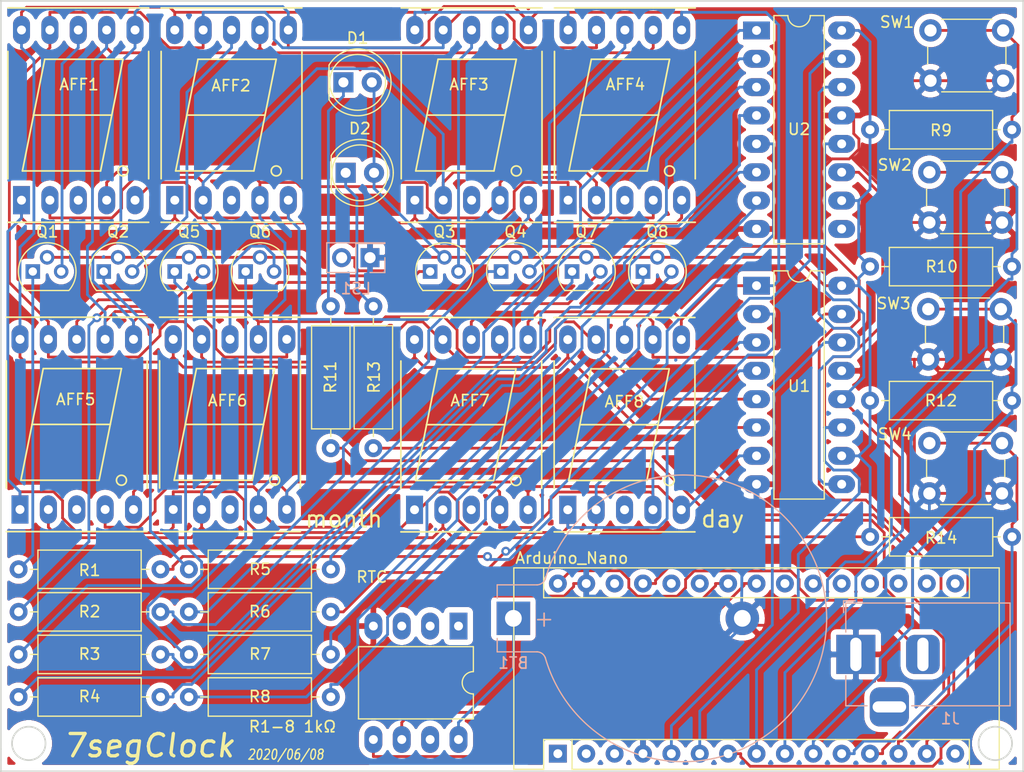
<source format=kicad_pcb>
(kicad_pcb (version 20171130) (host pcbnew "(5.1.5)-3")
  (layers (0 F.Cu signal hide) (31 B.Cu signal hide) (34 B.Paste user hide) (35 F.Paste user hide) (36 B.SilkS user) (37 F.SilkS user) (38 B.Mask user) (39 F.Mask user hide) (44 Edge.Cuts user))
  (net 0 "")
  (net 1 "Net-(A1-Pad1)")
  (net 2 "Net-(A1-Pad17)")
  (net 3 "Net-(A1-Pad2)")
  (net 4 "Net-(A1-Pad18)")
  (net 5 "Net-(A1-Pad3)")
  (net 6 "Net-(A1-Pad19)")
  (net 7 GND)
  (net 8 "Net-(A1-Pad20)")
  (net 9 SER)
  (net 10 "Net-(A1-Pad21)")
  (net 11 SRCLK)
  (net 12 "Net-(A1-Pad22)")
  (net 13 RCLK)
  (net 14 SDA)
  (net 15 SW0)
  (net 16 SCL)
  (net 17 SW1)
  (net 18 "Net-(A1-Pad25)")
  (net 19 SW2)
  (net 20 "Net-(A1-Pad26)")
  (net 21 SW3)
  (net 22 VCC)
  (net 23 LED0)
  (net 24 "Net-(A1-Pad28)")
  (net 25 LED1)
  (net 26 "Net-(A1-Pad30)")
  (net 27 "Net-(A1-Pad15)")
  (net 28 "Net-(A1-Pad16)")
  (net 29 e)
  (net 30 d)
  (net 31 "Net-(AFF1-Pad3)")
  (net 32 c)
  (net 33 DP)
  (net 34 b)
  (net 35 a)
  (net 36 "Net-(AFF1-Pad8)")
  (net 37 f)
  (net 38 g)
  (net 39 "Net-(AFF2-Pad3)")
  (net 40 "Net-(AFF2-Pad8)")
  (net 41 "Net-(AFF3-Pad8)")
  (net 42 "Net-(AFF3-Pad3)")
  (net 43 "Net-(AFF4-Pad8)")
  (net 44 "Net-(AFF4-Pad3)")
  (net 45 "Net-(AFF5-Pad3)")
  (net 46 "Net-(AFF5-Pad8)")
  (net 47 "Net-(AFF6-Pad3)")
  (net 48 "Net-(AFF6-Pad8)")
  (net 49 "Net-(AFF7-Pad8)")
  (net 50 "Net-(AFF7-Pad3)")
  (net 51 "Net-(AFF8-Pad8)")
  (net 52 "Net-(AFF8-Pad3)")
  (net 53 "Net-(BT1-Pad1)")
  (net 54 "Net-(D1-Pad1)")
  (net 55 "Net-(D2-Pad1)")
  (net 56 TR0)
  (net 57 TR4)
  (net 58 TR1)
  (net 59 TR5)
  (net 60 TR2)
  (net 61 TR6)
  (net 62 TR3)
  (net 63 TR7)
  (net 64 "Net-(R1-Pad2)")
  (net 65 "Net-(R2-Pad2)")
  (net 66 "Net-(R3-Pad2)")
  (net 67 "Net-(R4-Pad2)")
  (net 68 "Net-(R5-Pad2)")
  (net 69 "Net-(R6-Pad2)")
  (net 70 "Net-(R7-Pad2)")
  (net 71 "Net-(R8-Pad2)")
  (net 72 "Net-(U1-Pad9)")
  (net 73 "Net-(U2-Pad9)")
  (net 74 "Net-(U3-Pad1)")
  (net 75 "Net-(U3-Pad2)")
  (net 76 "Net-(U3-Pad3)")
  (net 77 "Net-(U3-Pad7)")
  (net 78 speaker)
  (module Module:Arduino_Nano (layer F.Cu) (at 133.35 121.92 90)
    (fp_text reference Arduino_Nano (at 17.52 1.25 180) (layer F.SilkS))
    (fp_text value Arduino_Nano_v3.x)
    (pad 1 thru_hole rect (at 0 0 90) (size 1.6 1.6) (drill 0.8) (layers *.Cu *.Mask) (net 1 "Net-(A1-Pad1)"))
    (pad 17 thru_hole oval (at 15.24 33.02 90) (size 1.6 1.6) (drill 0.8) (layers *.Cu *.Mask) (net 2 "Net-(A1-Pad17)"))
    (pad 2 thru_hole oval (at 0 2.54 90) (size 1.6 1.6) (drill 0.8) (layers *.Cu *.Mask) (net 3 "Net-(A1-Pad2)"))
    (pad 18 thru_hole oval (at 15.24 30.48 90) (size 1.6 1.6) (drill 0.8) (layers *.Cu *.Mask) (net 4 "Net-(A1-Pad18)"))
    (pad 3 thru_hole oval (at 0 5.08 90) (size 1.6 1.6) (drill 0.8) (layers *.Cu *.Mask) (net 5 "Net-(A1-Pad3)"))
    (pad 19 thru_hole oval (at 15.24 27.94 90) (size 1.6 1.6) (drill 0.8) (layers *.Cu *.Mask) (net 6 "Net-(A1-Pad19)"))
    (pad 4 thru_hole oval (at 0 7.62 90) (size 1.6 1.6) (drill 0.8) (layers *.Cu *.Mask) (net 7 GND))
    (pad 20 thru_hole oval (at 15.24 25.4 90) (size 1.6 1.6) (drill 0.8) (layers *.Cu *.Mask) (net 8 "Net-(A1-Pad20)"))
    (pad 5 thru_hole oval (at 0 10.16 90) (size 1.6 1.6) (drill 0.8) (layers *.Cu *.Mask) (net 9 SER))
    (pad 21 thru_hole oval (at 15.24 22.86 90) (size 1.6 1.6) (drill 0.8) (layers *.Cu *.Mask) (net 10 "Net-(A1-Pad21)"))
    (pad 6 thru_hole oval (at 0 12.7 90) (size 1.6 1.6) (drill 0.8) (layers *.Cu *.Mask) (net 11 SRCLK))
    (pad 22 thru_hole oval (at 15.24 20.32 90) (size 1.6 1.6) (drill 0.8) (layers *.Cu *.Mask) (net 12 "Net-(A1-Pad22)"))
    (pad 7 thru_hole oval (at 0 15.24 90) (size 1.6 1.6) (drill 0.8) (layers *.Cu *.Mask) (net 13 RCLK))
    (pad 23 thru_hole oval (at 15.24 17.78 90) (size 1.6 1.6) (drill 0.8) (layers *.Cu *.Mask) (net 14 SDA))
    (pad 8 thru_hole oval (at 0 17.78 90) (size 1.6 1.6) (drill 0.8) (layers *.Cu *.Mask) (net 15 SW0))
    (pad 24 thru_hole oval (at 15.24 15.24 90) (size 1.6 1.6) (drill 0.8) (layers *.Cu *.Mask) (net 16 SCL))
    (pad 9 thru_hole oval (at 0 20.32 90) (size 1.6 1.6) (drill 0.8) (layers *.Cu *.Mask) (net 17 SW1))
    (pad 25 thru_hole oval (at 15.24 12.7 90) (size 1.6 1.6) (drill 0.8) (layers *.Cu *.Mask) (net 18 "Net-(A1-Pad25)"))
    (pad 10 thru_hole oval (at 0 22.86 90) (size 1.6 1.6) (drill 0.8) (layers *.Cu *.Mask) (net 19 SW2))
    (pad 26 thru_hole oval (at 15.24 10.16 90) (size 1.6 1.6) (drill 0.8) (layers *.Cu *.Mask) (net 20 "Net-(A1-Pad26)"))
    (pad 11 thru_hole oval (at 0 25.4 90) (size 1.6 1.6) (drill 0.8) (layers *.Cu *.Mask) (net 21 SW3))
    (pad 27 thru_hole oval (at 15.24 7.62 90) (size 1.6 1.6) (drill 0.8) (layers *.Cu *.Mask) (net 22 VCC))
    (pad 12 thru_hole oval (at 0 27.94 90) (size 1.6 1.6) (drill 0.8) (layers *.Cu *.Mask) (net 23 LED0))
    (pad 28 thru_hole oval (at 15.24 5.08 90) (size 1.6 1.6) (drill 0.8) (layers *.Cu *.Mask) (net 24 "Net-(A1-Pad28)"))
    (pad 13 thru_hole oval (at 0 30.48 90) (size 1.6 1.6) (drill 0.8) (layers *.Cu *.Mask) (net 25 LED1))
    (pad 29 thru_hole oval (at 15.24 2.54 90) (size 1.6 1.6) (drill 0.8) (layers *.Cu *.Mask) (net 7 GND))
    (pad 14 thru_hole oval (at 0 33.02 90) (size 1.6 1.6) (drill 0.8) (layers *.Cu *.Mask) (net 78 speaker))
    (pad 30 thru_hole oval (at 15.24 0 90) (size 1.6 1.6) (drill 0.8) (layers *.Cu *.Mask) (net 26 "Net-(A1-Pad30)"))
    (pad 15 thru_hole oval (at 0 35.56 90) (size 1.6 1.6) (drill 0.8) (layers *.Cu *.Mask) (net 27 "Net-(A1-Pad15)"))
    (pad 16 thru_hole oval (at 15.24 35.56 90) (size 1.6 1.6) (drill 0.8) (layers *.Cu *.Mask) (net 28 "Net-(A1-Pad16)"))
  )
  (module Display_7Segment:7SegmentLED_LTS6760_LTS6780 (layer F.Cu) (at 85.35 72.352 90)
    (fp_text reference AFF1 (at 10.352 5.15 180) (layer F.SilkS))
    (fp_text value LTS-6980HR)
    (pad 1 thru_hole rect (at 0 0) (size 1.524 2.524) (drill 0.8) (layers *.Cu *.Mask) (net 29 e))
    (pad 2 thru_hole oval (at 0 2.54) (size 1.524 2.524) (drill 0.8) (layers *.Cu *.Mask) (net 30 d))
    (pad 3 thru_hole oval (at 0 5.08) (size 1.524 2.524) (drill 0.8) (layers *.Cu *.Mask) (net 31 "Net-(AFF1-Pad3)"))
    (pad 4 thru_hole oval (at 0 7.62) (size 1.524 2.524) (drill 0.8) (layers *.Cu *.Mask) (net 32 c))
    (pad 5 thru_hole oval (at 0 10.16) (size 1.524 2.524) (drill 0.8) (layers *.Cu *.Mask) (net 33 DP))
    (pad 6 thru_hole oval (at 15.24 10.16) (size 1.524 2.524) (drill 0.8) (layers *.Cu *.Mask) (net 34 b))
    (pad 7 thru_hole oval (at 15.24 7.62) (size 1.524 2.524) (drill 0.8) (layers *.Cu *.Mask) (net 35 a))
    (pad 8 thru_hole oval (at 15.24 5.08) (size 1.524 2.524) (drill 0.8) (layers *.Cu *.Mask) (net 36 "Net-(AFF1-Pad8)"))
    (pad 9 thru_hole oval (at 15.24 2.54) (size 1.524 2.524) (drill 0.8) (layers *.Cu *.Mask) (net 37 f))
    (pad 10 thru_hole oval (at 15.24 0) (size 1.524 2.524) (drill 0.8) (layers *.Cu *.Mask) (net 38 g))
  )
  (module Display_7Segment:7SegmentLED_LTS6760_LTS6780 (layer F.Cu) (at 99.066 72.352 90)
    (fp_text reference AFF2 (at 10.252 5.034 180) (layer F.SilkS))
    (fp_text value LTS-6980HR)
    (pad 1 thru_hole rect (at 0 0) (size 1.524 2.524) (drill 0.8) (layers *.Cu *.Mask) (net 29 e))
    (pad 2 thru_hole oval (at 0 2.54) (size 1.524 2.524) (drill 0.8) (layers *.Cu *.Mask) (net 30 d))
    (pad 3 thru_hole oval (at 0 5.08) (size 1.524 2.524) (drill 0.8) (layers *.Cu *.Mask) (net 39 "Net-(AFF2-Pad3)"))
    (pad 4 thru_hole oval (at 0 7.62) (size 1.524 2.524) (drill 0.8) (layers *.Cu *.Mask) (net 32 c))
    (pad 5 thru_hole oval (at 0 10.16) (size 1.524 2.524) (drill 0.8) (layers *.Cu *.Mask) (net 33 DP))
    (pad 6 thru_hole oval (at 15.24 10.16) (size 1.524 2.524) (drill 0.8) (layers *.Cu *.Mask) (net 34 b))
    (pad 7 thru_hole oval (at 15.24 7.62) (size 1.524 2.524) (drill 0.8) (layers *.Cu *.Mask) (net 35 a))
    (pad 8 thru_hole oval (at 15.24 5.08) (size 1.524 2.524) (drill 0.8) (layers *.Cu *.Mask) (net 40 "Net-(AFF2-Pad8)"))
    (pad 9 thru_hole oval (at 15.24 2.54) (size 1.524 2.524) (drill 0.8) (layers *.Cu *.Mask) (net 37 f))
    (pad 10 thru_hole oval (at 15.24 0) (size 1.524 2.524) (drill 0.8) (layers *.Cu *.Mask) (net 38 g))
  )
  (module Display_7Segment:7SegmentLED_LTS6760_LTS6780 (layer F.Cu) (at 120.552 72.352 90)
    (fp_text reference AFF3 (at 10.352 4.848 180) (layer F.SilkS))
    (fp_text value LTS-6980HR)
    (pad 10 thru_hole oval (at 15.24 0) (size 1.524 2.524) (drill 0.8) (layers *.Cu *.Mask) (net 38 g))
    (pad 9 thru_hole oval (at 15.24 2.54) (size 1.524 2.524) (drill 0.8) (layers *.Cu *.Mask) (net 37 f))
    (pad 8 thru_hole oval (at 15.24 5.08) (size 1.524 2.524) (drill 0.8) (layers *.Cu *.Mask) (net 41 "Net-(AFF3-Pad8)"))
    (pad 7 thru_hole oval (at 15.24 7.62) (size 1.524 2.524) (drill 0.8) (layers *.Cu *.Mask) (net 35 a))
    (pad 6 thru_hole oval (at 15.24 10.16) (size 1.524 2.524) (drill 0.8) (layers *.Cu *.Mask) (net 34 b))
    (pad 5 thru_hole oval (at 0 10.16) (size 1.524 2.524) (drill 0.8) (layers *.Cu *.Mask) (net 33 DP))
    (pad 4 thru_hole oval (at 0 7.62) (size 1.524 2.524) (drill 0.8) (layers *.Cu *.Mask) (net 32 c))
    (pad 3 thru_hole oval (at 0 5.08) (size 1.524 2.524) (drill 0.8) (layers *.Cu *.Mask) (net 42 "Net-(AFF3-Pad3)"))
    (pad 2 thru_hole oval (at 0 2.54) (size 1.524 2.524) (drill 0.8) (layers *.Cu *.Mask) (net 30 d))
    (pad 1 thru_hole rect (at 0 0) (size 1.524 2.524) (drill 0.8) (layers *.Cu *.Mask) (net 29 e))
  )
  (module Display_7Segment:7SegmentLED_LTS6760_LTS6780 (layer F.Cu) (at 134.268 72.352 90)
    (fp_text reference AFF4 (at 10.352 5.132 180) (layer F.SilkS))
    (fp_text value LTS-6980HR)
    (pad 10 thru_hole oval (at 15.24 0) (size 1.524 2.524) (drill 0.8) (layers *.Cu *.Mask) (net 38 g))
    (pad 9 thru_hole oval (at 15.24 2.54) (size 1.524 2.524) (drill 0.8) (layers *.Cu *.Mask) (net 37 f))
    (pad 8 thru_hole oval (at 15.24 5.08) (size 1.524 2.524) (drill 0.8) (layers *.Cu *.Mask) (net 43 "Net-(AFF4-Pad8)"))
    (pad 7 thru_hole oval (at 15.24 7.62) (size 1.524 2.524) (drill 0.8) (layers *.Cu *.Mask) (net 35 a))
    (pad 6 thru_hole oval (at 15.24 10.16) (size 1.524 2.524) (drill 0.8) (layers *.Cu *.Mask) (net 34 b))
    (pad 5 thru_hole oval (at 0 10.16) (size 1.524 2.524) (drill 0.8) (layers *.Cu *.Mask) (net 33 DP))
    (pad 4 thru_hole oval (at 0 7.62) (size 1.524 2.524) (drill 0.8) (layers *.Cu *.Mask) (net 32 c))
    (pad 3 thru_hole oval (at 0 5.08) (size 1.524 2.524) (drill 0.8) (layers *.Cu *.Mask) (net 44 "Net-(AFF4-Pad3)"))
    (pad 2 thru_hole oval (at 0 2.54) (size 1.524 2.524) (drill 0.8) (layers *.Cu *.Mask) (net 30 d))
    (pad 1 thru_hole rect (at 0 0) (size 1.524 2.524) (drill 0.8) (layers *.Cu *.Mask) (net 29 e))
  )
  (module Display_7Segment:7SegmentLED_LTS6760_LTS6780 (layer F.Cu) (at 85.214 100.052 90)
    (fp_text reference AFF5 (at 9.852 4.986 180) (layer F.SilkS))
    (fp_text value LTS-6980HR)
    (pad 1 thru_hole rect (at 0 0) (size 1.524 2.524) (drill 0.8) (layers *.Cu *.Mask) (net 29 e))
    (pad 2 thru_hole oval (at 0 2.54) (size 1.524 2.524) (drill 0.8) (layers *.Cu *.Mask) (net 30 d))
    (pad 3 thru_hole oval (at 0 5.08) (size 1.524 2.524) (drill 0.8) (layers *.Cu *.Mask) (net 45 "Net-(AFF5-Pad3)"))
    (pad 4 thru_hole oval (at 0 7.62) (size 1.524 2.524) (drill 0.8) (layers *.Cu *.Mask) (net 32 c))
    (pad 5 thru_hole oval (at 0 10.16) (size 1.524 2.524) (drill 0.8) (layers *.Cu *.Mask) (net 33 DP))
    (pad 6 thru_hole oval (at 15.24 10.16) (size 1.524 2.524) (drill 0.8) (layers *.Cu *.Mask) (net 34 b))
    (pad 7 thru_hole oval (at 15.24 7.62) (size 1.524 2.524) (drill 0.8) (layers *.Cu *.Mask) (net 35 a))
    (pad 8 thru_hole oval (at 15.24 5.08) (size 1.524 2.524) (drill 0.8) (layers *.Cu *.Mask) (net 46 "Net-(AFF5-Pad8)"))
    (pad 9 thru_hole oval (at 15.24 2.54) (size 1.524 2.524) (drill 0.8) (layers *.Cu *.Mask) (net 37 f))
    (pad 10 thru_hole oval (at 15.24 0) (size 1.524 2.524) (drill 0.8) (layers *.Cu *.Mask) (net 38 g))
  )
  (module Display_7Segment:7SegmentLED_LTS6760_LTS6780 (layer F.Cu) (at 98.93 100.052 90)
    (fp_text reference AFF6 (at 9.752 4.87 180) (layer F.SilkS))
    (fp_text value LTS-6980HR)
    (pad 1 thru_hole rect (at 0 0) (size 1.524 2.524) (drill 0.8) (layers *.Cu *.Mask) (net 29 e))
    (pad 2 thru_hole oval (at 0 2.54) (size 1.524 2.524) (drill 0.8) (layers *.Cu *.Mask) (net 30 d))
    (pad 3 thru_hole oval (at 0 5.08) (size 1.524 2.524) (drill 0.8) (layers *.Cu *.Mask) (net 47 "Net-(AFF6-Pad3)"))
    (pad 4 thru_hole oval (at 0 7.62) (size 1.524 2.524) (drill 0.8) (layers *.Cu *.Mask) (net 32 c))
    (pad 5 thru_hole oval (at 0 10.16) (size 1.524 2.524) (drill 0.8) (layers *.Cu *.Mask) (net 33 DP))
    (pad 6 thru_hole oval (at 15.24 10.16) (size 1.524 2.524) (drill 0.8) (layers *.Cu *.Mask) (net 34 b))
    (pad 7 thru_hole oval (at 15.24 7.62) (size 1.524 2.524) (drill 0.8) (layers *.Cu *.Mask) (net 35 a))
    (pad 8 thru_hole oval (at 15.24 5.08) (size 1.524 2.524) (drill 0.8) (layers *.Cu *.Mask) (net 48 "Net-(AFF6-Pad8)"))
    (pad 9 thru_hole oval (at 15.24 2.54) (size 1.524 2.524) (drill 0.8) (layers *.Cu *.Mask) (net 37 f))
    (pad 10 thru_hole oval (at 15.24 0) (size 1.524 2.524) (drill 0.8) (layers *.Cu *.Mask) (net 38 g))
  )
  (module Display_7Segment:7SegmentLED_LTS6760_LTS6780 (layer F.Cu) (at 120.523 100.076 90)
    (fp_text reference AFF7 (at 9.776 4.977 180) (layer F.SilkS))
    (fp_text value LTS-6980HR)
    (pad 10 thru_hole oval (at 15.24 0) (size 1.524 2.524) (drill 0.8) (layers *.Cu *.Mask) (net 38 g))
    (pad 9 thru_hole oval (at 15.24 2.54) (size 1.524 2.524) (drill 0.8) (layers *.Cu *.Mask) (net 37 f))
    (pad 8 thru_hole oval (at 15.24 5.08) (size 1.524 2.524) (drill 0.8) (layers *.Cu *.Mask) (net 49 "Net-(AFF7-Pad8)"))
    (pad 7 thru_hole oval (at 15.24 7.62) (size 1.524 2.524) (drill 0.8) (layers *.Cu *.Mask) (net 35 a))
    (pad 6 thru_hole oval (at 15.24 10.16) (size 1.524 2.524) (drill 0.8) (layers *.Cu *.Mask) (net 34 b))
    (pad 5 thru_hole oval (at 0 10.16) (size 1.524 2.524) (drill 0.8) (layers *.Cu *.Mask) (net 33 DP))
    (pad 4 thru_hole oval (at 0 7.62) (size 1.524 2.524) (drill 0.8) (layers *.Cu *.Mask) (net 32 c))
    (pad 3 thru_hole oval (at 0 5.08) (size 1.524 2.524) (drill 0.8) (layers *.Cu *.Mask) (net 50 "Net-(AFF7-Pad3)"))
    (pad 2 thru_hole oval (at 0 2.54) (size 1.524 2.524) (drill 0.8) (layers *.Cu *.Mask) (net 30 d))
    (pad 1 thru_hole rect (at 0 0) (size 1.524 2.524) (drill 0.8) (layers *.Cu *.Mask) (net 29 e))
  )
  (module Display_7Segment:7SegmentLED_LTS6760_LTS6780 (layer F.Cu) (at 134.239 100.076 90)
    (fp_text reference AFF8 (at 9.676 5.061 180) (layer F.SilkS))
    (fp_text value LTS-6980HR)
    (pad 10 thru_hole oval (at 15.24 0) (size 1.524 2.524) (drill 0.8) (layers *.Cu *.Mask) (net 38 g))
    (pad 9 thru_hole oval (at 15.24 2.54) (size 1.524 2.524) (drill 0.8) (layers *.Cu *.Mask) (net 37 f))
    (pad 8 thru_hole oval (at 15.24 5.08) (size 1.524 2.524) (drill 0.8) (layers *.Cu *.Mask) (net 51 "Net-(AFF8-Pad8)"))
    (pad 7 thru_hole oval (at 15.24 7.62) (size 1.524 2.524) (drill 0.8) (layers *.Cu *.Mask) (net 35 a))
    (pad 6 thru_hole oval (at 15.24 10.16) (size 1.524 2.524) (drill 0.8) (layers *.Cu *.Mask) (net 34 b))
    (pad 5 thru_hole oval (at 0 10.16) (size 1.524 2.524) (drill 0.8) (layers *.Cu *.Mask) (net 33 DP))
    (pad 4 thru_hole oval (at 0 7.62) (size 1.524 2.524) (drill 0.8) (layers *.Cu *.Mask) (net 32 c))
    (pad 3 thru_hole oval (at 0 5.08) (size 1.524 2.524) (drill 0.8) (layers *.Cu *.Mask) (net 52 "Net-(AFF8-Pad3)"))
    (pad 2 thru_hole oval (at 0 2.54) (size 1.524 2.524) (drill 0.8) (layers *.Cu *.Mask) (net 30 d))
    (pad 1 thru_hole rect (at 0 0) (size 1.524 2.524) (drill 0.8) (layers *.Cu *.Mask) (net 29 e))
  )
  (module Battery:BatteryHolder_Keystone_104_1x23mm (layer B.Cu) (at 129.37 109.8)
    (fp_text reference BT1 (at 0 4) (layer B.SilkS) (effects (justify mirror)))
    (fp_text value Battery_Cell)
    (fp_text user + (at 2.75 0) (layer B.SilkS) (effects (font (size 1.5 1.5)) (justify mirror)))
    (pad 2 thru_hole circle (at 20.49 0) (size 3 3) (drill 1.5) (layers *.Cu *.Mask) (net 7 GND))
    (pad 1 thru_hole rect (at 0 0) (size 3 3) (drill 1.5) (layers *.Cu *.Mask) (net 53 "Net-(BT1-Pad1)"))
  )
  (module LED_THT:LED_D5.0mm (layer F.Cu) (at 114.16 61.8)
    (fp_text reference D1 (at 1.27 -3.96) (layer F.SilkS))
    (fp_text value LED)
    (pad 1 thru_hole rect (at 0 0) (size 1.8 1.8) (drill 0.9) (layers *.Cu *.Mask) (net 54 "Net-(D1-Pad1)"))
    (pad 2 thru_hole circle (at 2.54 0) (size 1.8 1.8) (drill 0.9) (layers *.Cu *.Mask) (net 22 VCC))
  )
  (module LED_THT:LED_D5.0mm (layer F.Cu) (at 114.36 69.9)
    (fp_text reference D2 (at 1.27 -3.96) (layer F.SilkS))
    (fp_text value LED)
    (pad 2 thru_hole circle (at 2.54 0) (size 1.8 1.8) (drill 0.9) (layers *.Cu *.Mask) (net 22 VCC))
    (pad 1 thru_hole rect (at 0 0) (size 1.8 1.8) (drill 0.9) (layers *.Cu *.Mask) (net 55 "Net-(D2-Pad1)"))
  )
  (module Connector_BarrelJack:BarrelJack_Horizontal (layer B.Cu) (at 160.02 113.03 180)
    (fp_text reference J1 (at -8.45 -5.75 180) (layer B.SilkS) (effects (justify mirror)))
    (fp_text value Conn_01x02_Female)
    (pad 1 thru_hole rect (at 0 0 180) (size 3.5 3.5) (drill oval 1 3) (layers *.Cu *.Mask) (net 7 GND))
    (pad 2 thru_hole roundrect (at -6 0 180) (size 3 3.5) (drill oval 1 3) (layers *.Cu *.Mask) (net 26 "Net-(A1-Pad30)"))
    (pad 3 thru_hole roundrect (at -3 -4.7 180) (size 3.5 3.5) (drill oval 3 1) (layers *.Cu *.Mask))
  )
  (module Package_TO_SOT_THT:TO-92L (layer F.Cu) (at 86.36 78.74)
    (fp_text reference Q1 (at 1.29 -3.56) (layer F.SilkS))
    (fp_text value Q_PNP_BCE)
    (pad 2 thru_hole circle (at 1.28 -1.27 90) (size 1.3 1.3) (drill 0.75) (layers *.Cu *.Mask) (net 22 VCC))
    (pad 3 thru_hole circle (at 2.54 0 90) (size 1.3 1.3) (drill 0.75) (layers *.Cu *.Mask) (net 36 "Net-(AFF1-Pad8)"))
    (pad 1 thru_hole rect (at 0 0 90) (size 1.3 1.3) (drill 0.75) (layers *.Cu *.Mask) (net 56 TR0))
  )
  (module Package_TO_SOT_THT:TO-92L (layer F.Cu) (at 92.71 78.74)
    (fp_text reference Q2 (at 1.29 -3.56) (layer F.SilkS))
    (fp_text value Q_PNP_BCE)
    (pad 1 thru_hole rect (at 0 0 90) (size 1.3 1.3) (drill 0.75) (layers *.Cu *.Mask) (net 57 TR4))
    (pad 3 thru_hole circle (at 2.54 0 90) (size 1.3 1.3) (drill 0.75) (layers *.Cu *.Mask) (net 40 "Net-(AFF2-Pad8)"))
    (pad 2 thru_hole circle (at 1.28 -1.27 90) (size 1.3 1.3) (drill 0.75) (layers *.Cu *.Mask) (net 22 VCC))
  )
  (module Package_TO_SOT_THT:TO-92L (layer F.Cu) (at 121.92 78.74)
    (fp_text reference Q3 (at 1.29 -3.56) (layer F.SilkS))
    (fp_text value Q_PNP_BCE)
    (pad 1 thru_hole rect (at 0 0 90) (size 1.3 1.3) (drill 0.75) (layers *.Cu *.Mask) (net 58 TR1))
    (pad 3 thru_hole circle (at 2.54 0 90) (size 1.3 1.3) (drill 0.75) (layers *.Cu *.Mask) (net 41 "Net-(AFF3-Pad8)"))
    (pad 2 thru_hole circle (at 1.28 -1.27 90) (size 1.3 1.3) (drill 0.75) (layers *.Cu *.Mask) (net 22 VCC))
  )
  (module Package_TO_SOT_THT:TO-92L (layer F.Cu) (at 128.27 78.74)
    (fp_text reference Q4 (at 1.29 -3.56) (layer F.SilkS))
    (fp_text value Q_PNP_BCE)
    (pad 1 thru_hole rect (at 0 0 90) (size 1.3 1.3) (drill 0.75) (layers *.Cu *.Mask) (net 59 TR5))
    (pad 3 thru_hole circle (at 2.54 0 90) (size 1.3 1.3) (drill 0.75) (layers *.Cu *.Mask) (net 43 "Net-(AFF4-Pad8)"))
    (pad 2 thru_hole circle (at 1.28 -1.27 90) (size 1.3 1.3) (drill 0.75) (layers *.Cu *.Mask) (net 22 VCC))
  )
  (module Package_TO_SOT_THT:TO-92L (layer F.Cu) (at 99.06 78.74)
    (fp_text reference Q5 (at 1.29 -3.56) (layer F.SilkS))
    (fp_text value Q_PNP_BCE)
    (pad 1 thru_hole rect (at 0 0 90) (size 1.3 1.3) (drill 0.75) (layers *.Cu *.Mask) (net 60 TR2))
    (pad 3 thru_hole circle (at 2.54 0 90) (size 1.3 1.3) (drill 0.75) (layers *.Cu *.Mask) (net 46 "Net-(AFF5-Pad8)"))
    (pad 2 thru_hole circle (at 1.28 -1.27 90) (size 1.3 1.3) (drill 0.75) (layers *.Cu *.Mask) (net 22 VCC))
  )
  (module Package_TO_SOT_THT:TO-92L (layer F.Cu) (at 105.41 78.74)
    (fp_text reference Q6 (at 1.29 -3.56) (layer F.SilkS))
    (fp_text value Q_PNP_BCE)
    (pad 2 thru_hole circle (at 1.28 -1.27 90) (size 1.3 1.3) (drill 0.75) (layers *.Cu *.Mask) (net 22 VCC))
    (pad 3 thru_hole circle (at 2.54 0 90) (size 1.3 1.3) (drill 0.75) (layers *.Cu *.Mask) (net 48 "Net-(AFF6-Pad8)"))
    (pad 1 thru_hole rect (at 0 0 90) (size 1.3 1.3) (drill 0.75) (layers *.Cu *.Mask) (net 61 TR6))
  )
  (module Package_TO_SOT_THT:TO-92L (layer F.Cu) (at 134.62 78.74)
    (fp_text reference Q7 (at 1.29 -3.56) (layer F.SilkS))
    (fp_text value Q_PNP_BCE)
    (pad 2 thru_hole circle (at 1.28 -1.27 90) (size 1.3 1.3) (drill 0.75) (layers *.Cu *.Mask) (net 22 VCC))
    (pad 3 thru_hole circle (at 2.54 0 90) (size 1.3 1.3) (drill 0.75) (layers *.Cu *.Mask) (net 49 "Net-(AFF7-Pad8)"))
    (pad 1 thru_hole rect (at 0 0 90) (size 1.3 1.3) (drill 0.75) (layers *.Cu *.Mask) (net 62 TR3))
  )
  (module Package_TO_SOT_THT:TO-92L (layer F.Cu) (at 140.97 78.74)
    (fp_text reference Q8 (at 1.29 -3.56) (layer F.SilkS))
    (fp_text value Q_PNP_BCE)
    (pad 2 thru_hole circle (at 1.28 -1.27 90) (size 1.3 1.3) (drill 0.75) (layers *.Cu *.Mask) (net 22 VCC))
    (pad 3 thru_hole circle (at 2.54 0 90) (size 1.3 1.3) (drill 0.75) (layers *.Cu *.Mask) (net 51 "Net-(AFF8-Pad8)"))
    (pad 1 thru_hole rect (at 0 0 90) (size 1.3 1.3) (drill 0.75) (layers *.Cu *.Mask) (net 63 TR7))
  )
  (module Button_Switch_THT:SW_PUSH_6mm_H5mm (layer F.Cu) (at 166.7 57.15)
    (fp_text reference SW1 (at -3 -0.75) (layer F.SilkS))
    (fp_text value SW_Push)
    (pad 1 thru_hole circle (at 6.5 0 90) (size 2 2) (drill 1.1) (layers *.Cu *.Mask) (net 15 SW0))
    (pad 2 thru_hole circle (at 6.5 4.5 90) (size 2 2) (drill 1.1) (layers *.Cu *.Mask) (net 7 GND))
    (pad 1 thru_hole circle (at 0 0 90) (size 2 2) (drill 1.1) (layers *.Cu *.Mask) (net 15 SW0))
    (pad 2 thru_hole circle (at 0 4.5 90) (size 2 2) (drill 1.1) (layers *.Cu *.Mask) (net 7 GND))
  )
  (module Button_Switch_THT:SW_PUSH_6mm_H5mm (layer F.Cu) (at 166.6 69.85)
    (fp_text reference SW2 (at -3.1 -0.65) (layer F.SilkS))
    (fp_text value SW_Push)
    (pad 2 thru_hole circle (at 0 4.5 90) (size 2 2) (drill 1.1) (layers *.Cu *.Mask) (net 7 GND))
    (pad 1 thru_hole circle (at 0 0 90) (size 2 2) (drill 1.1) (layers *.Cu *.Mask) (net 17 SW1))
    (pad 2 thru_hole circle (at 6.5 4.5 90) (size 2 2) (drill 1.1) (layers *.Cu *.Mask) (net 7 GND))
    (pad 1 thru_hole circle (at 6.5 0 90) (size 2 2) (drill 1.1) (layers *.Cu *.Mask) (net 17 SW1))
  )
  (module Button_Switch_THT:SW_PUSH_6mm_H5mm (layer F.Cu) (at 166.5 82.11)
    (fp_text reference SW3 (at -3.1 -0.51) (layer F.SilkS))
    (fp_text value SW_Push)
    (pad 1 thru_hole circle (at 6.5 0 90) (size 2 2) (drill 1.1) (layers *.Cu *.Mask) (net 19 SW2))
    (pad 2 thru_hole circle (at 6.5 4.5 90) (size 2 2) (drill 1.1) (layers *.Cu *.Mask) (net 7 GND))
    (pad 1 thru_hole circle (at 0 0 90) (size 2 2) (drill 1.1) (layers *.Cu *.Mask) (net 19 SW2))
    (pad 2 thru_hole circle (at 0 4.5 90) (size 2 2) (drill 1.1) (layers *.Cu *.Mask) (net 7 GND))
  )
  (module Button_Switch_THT:SW_PUSH_6mm_H5mm (layer F.Cu) (at 166.6 94.11)
    (fp_text reference SW4 (at -3.1 -0.81) (layer F.SilkS))
    (fp_text value SW_Push)
    (pad 2 thru_hole circle (at 0 4.5 90) (size 2 2) (drill 1.1) (layers *.Cu *.Mask) (net 7 GND))
    (pad 1 thru_hole circle (at 0 0 90) (size 2 2) (drill 1.1) (layers *.Cu *.Mask) (net 21 SW3))
    (pad 2 thru_hole circle (at 6.5 4.5 90) (size 2 2) (drill 1.1) (layers *.Cu *.Mask) (net 7 GND))
    (pad 1 thru_hole circle (at 6.5 0 90) (size 2 2) (drill 1.1) (layers *.Cu *.Mask) (net 21 SW3))
  )
  (module Package_DIP:DIP-16_W7.62mm_LongPads (layer F.Cu) (at 151.13 80.01)
    (fp_text reference U1 (at 3.81 8.99) (layer F.SilkS))
    (fp_text value 74HC595)
    (pad 16 thru_hole oval (at 7.62 0) (size 2.4 1.6) (drill 0.8) (layers *.Cu *.Mask) (net 22 VCC))
    (pad 8 thru_hole oval (at 0 17.78) (size 2.4 1.6) (drill 0.8) (layers *.Cu *.Mask) (net 7 GND))
    (pad 15 thru_hole oval (at 7.62 2.54) (size 2.4 1.6) (drill 0.8) (layers *.Cu *.Mask) (net 35 a))
    (pad 7 thru_hole oval (at 0 15.24) (size 2.4 1.6) (drill 0.8) (layers *.Cu *.Mask) (net 33 DP))
    (pad 14 thru_hole oval (at 7.62 5.08) (size 2.4 1.6) (drill 0.8) (layers *.Cu *.Mask) (net 9 SER))
    (pad 6 thru_hole oval (at 0 12.7) (size 2.4 1.6) (drill 0.8) (layers *.Cu *.Mask) (net 38 g))
    (pad 13 thru_hole oval (at 7.62 7.62) (size 2.4 1.6) (drill 0.8) (layers *.Cu *.Mask) (net 7 GND))
    (pad 5 thru_hole oval (at 0 10.16) (size 2.4 1.6) (drill 0.8) (layers *.Cu *.Mask) (net 37 f))
    (pad 12 thru_hole oval (at 7.62 10.16) (size 2.4 1.6) (drill 0.8) (layers *.Cu *.Mask) (net 13 RCLK))
    (pad 4 thru_hole oval (at 0 7.62) (size 2.4 1.6) (drill 0.8) (layers *.Cu *.Mask) (net 29 e))
    (pad 11 thru_hole oval (at 7.62 12.7) (size 2.4 1.6) (drill 0.8) (layers *.Cu *.Mask) (net 11 SRCLK))
    (pad 3 thru_hole oval (at 0 5.08) (size 2.4 1.6) (drill 0.8) (layers *.Cu *.Mask) (net 30 d))
    (pad 10 thru_hole oval (at 7.62 15.24) (size 2.4 1.6) (drill 0.8) (layers *.Cu *.Mask) (net 22 VCC))
    (pad 2 thru_hole oval (at 0 2.54) (size 2.4 1.6) (drill 0.8) (layers *.Cu *.Mask) (net 32 c))
    (pad 9 thru_hole oval (at 7.62 17.78) (size 2.4 1.6) (drill 0.8) (layers *.Cu *.Mask) (net 72 "Net-(U1-Pad9)"))
    (pad 1 thru_hole rect (at 0 0) (size 2.4 1.6) (drill 0.8) (layers *.Cu *.Mask) (net 34 b))
  )
  (module Package_DIP:DIP-16_W7.62mm_LongPads (layer F.Cu) (at 151.13 57.15)
    (fp_text reference U2 (at 3.81 8.85) (layer F.SilkS))
    (fp_text value 74HC595)
    (pad 1 thru_hole rect (at 0 0) (size 2.4 1.6) (drill 0.8) (layers *.Cu *.Mask) (net 65 "Net-(R2-Pad2)"))
    (pad 9 thru_hole oval (at 7.62 17.78) (size 2.4 1.6) (drill 0.8) (layers *.Cu *.Mask) (net 73 "Net-(U2-Pad9)"))
    (pad 2 thru_hole oval (at 0 2.54) (size 2.4 1.6) (drill 0.8) (layers *.Cu *.Mask) (net 66 "Net-(R3-Pad2)"))
    (pad 10 thru_hole oval (at 7.62 15.24) (size 2.4 1.6) (drill 0.8) (layers *.Cu *.Mask) (net 22 VCC))
    (pad 3 thru_hole oval (at 0 5.08) (size 2.4 1.6) (drill 0.8) (layers *.Cu *.Mask) (net 67 "Net-(R4-Pad2)"))
    (pad 11 thru_hole oval (at 7.62 12.7) (size 2.4 1.6) (drill 0.8) (layers *.Cu *.Mask) (net 11 SRCLK))
    (pad 4 thru_hole oval (at 0 7.62) (size 2.4 1.6) (drill 0.8) (layers *.Cu *.Mask) (net 68 "Net-(R5-Pad2)"))
    (pad 12 thru_hole oval (at 7.62 10.16) (size 2.4 1.6) (drill 0.8) (layers *.Cu *.Mask) (net 13 RCLK))
    (pad 5 thru_hole oval (at 0 10.16) (size 2.4 1.6) (drill 0.8) (layers *.Cu *.Mask) (net 69 "Net-(R6-Pad2)"))
    (pad 13 thru_hole oval (at 7.62 7.62) (size 2.4 1.6) (drill 0.8) (layers *.Cu *.Mask) (net 7 GND))
    (pad 6 thru_hole oval (at 0 12.7) (size 2.4 1.6) (drill 0.8) (layers *.Cu *.Mask) (net 70 "Net-(R7-Pad2)"))
    (pad 14 thru_hole oval (at 7.62 5.08) (size 2.4 1.6) (drill 0.8) (layers *.Cu *.Mask) (net 72 "Net-(U1-Pad9)"))
    (pad 7 thru_hole oval (at 0 15.24) (size 2.4 1.6) (drill 0.8) (layers *.Cu *.Mask) (net 71 "Net-(R8-Pad2)"))
    (pad 15 thru_hole oval (at 7.62 2.54) (size 2.4 1.6) (drill 0.8) (layers *.Cu *.Mask) (net 64 "Net-(R1-Pad2)"))
    (pad 8 thru_hole oval (at 0 17.78) (size 2.4 1.6) (drill 0.8) (layers *.Cu *.Mask) (net 7 GND))
    (pad 16 thru_hole oval (at 7.62 0) (size 2.4 1.6) (drill 0.8) (layers *.Cu *.Mask) (net 22 VCC))
  )
  (module Package_DIP:DIP-8_W10.16mm_LongPads (layer F.Cu) (at 124.46 110.49 270)
    (fp_text reference RTC (at -4.39 7.76 180) (layer F.SilkS))
    (fp_text value BQ32000)
    (pad 1 thru_hole rect (at 0 0 270) (size 2.4 1.6) (drill 0.8) (layers *.Cu *.Mask) (net 74 "Net-(U3-Pad1)"))
    (pad 5 thru_hole oval (at 10.16 7.62 270) (size 2.4 1.6) (drill 0.8) (layers *.Cu *.Mask) (net 14 SDA))
    (pad 2 thru_hole oval (at 0 2.54 270) (size 2.4 1.6) (drill 0.8) (layers *.Cu *.Mask) (net 75 "Net-(U3-Pad2)"))
    (pad 6 thru_hole oval (at 10.16 5.08 270) (size 2.4 1.6) (drill 0.8) (layers *.Cu *.Mask) (net 16 SCL))
    (pad 3 thru_hole oval (at 0 5.08 270) (size 2.4 1.6) (drill 0.8) (layers *.Cu *.Mask) (net 76 "Net-(U3-Pad3)"))
    (pad 7 thru_hole oval (at 10.16 2.54 270) (size 2.4 1.6) (drill 0.8) (layers *.Cu *.Mask) (net 77 "Net-(U3-Pad7)"))
    (pad 4 thru_hole oval (at 0 7.62 270) (size 2.4 1.6) (drill 0.8) (layers *.Cu *.Mask) (net 7 GND))
    (pad 8 thru_hole oval (at 10.16 0 270) (size 2.4 1.6) (drill 0.8) (layers *.Cu *.Mask) (net 53 "Net-(BT1-Pad1)"))
  )
  (module Resistor_THT:R_Axial_DIN0309_L9.0mm_D3.2mm_P12.70mm_Horizontal (layer F.Cu) (at 85.09 105.41)
    (fp_text reference R1 (at 6.35 0.09) (layer F.SilkS))
    (fp_text value 1k)
    (pad 2 thru_hole oval (at 12.7 0) (size 1.6 1.6) (drill 0.8) (layers *.Cu *.Mask) (net 64 "Net-(R1-Pad2)"))
    (pad 1 thru_hole circle (at 0 0) (size 1.6 1.6) (drill 0.8) (layers *.Cu *.Mask) (net 56 TR0))
  )
  (module Resistor_THT:R_Axial_DIN0309_L9.0mm_D3.2mm_P12.70mm_Horizontal (layer F.Cu) (at 85.09 109.22)
    (fp_text reference R2 (at 6.35 -0.02) (layer F.SilkS))
    (fp_text value 1k)
    (pad 1 thru_hole circle (at 0 0) (size 1.6 1.6) (drill 0.8) (layers *.Cu *.Mask) (net 58 TR1))
    (pad 2 thru_hole oval (at 12.7 0) (size 1.6 1.6) (drill 0.8) (layers *.Cu *.Mask) (net 65 "Net-(R2-Pad2)"))
  )
  (module Resistor_THT:R_Axial_DIN0309_L9.0mm_D3.2mm_P12.70mm_Horizontal (layer F.Cu) (at 85.09 113.03)
    (fp_text reference R3 (at 6.35 -0.03) (layer F.SilkS))
    (fp_text value 1k)
    (pad 2 thru_hole oval (at 12.7 0) (size 1.6 1.6) (drill 0.8) (layers *.Cu *.Mask) (net 66 "Net-(R3-Pad2)"))
    (pad 1 thru_hole circle (at 0 0) (size 1.6 1.6) (drill 0.8) (layers *.Cu *.Mask) (net 60 TR2))
  )
  (module Resistor_THT:R_Axial_DIN0309_L9.0mm_D3.2mm_P12.70mm_Horizontal (layer F.Cu) (at 85.09 116.84)
    (fp_text reference R4 (at 6.35 -0.04) (layer F.SilkS))
    (fp_text value 1k)
    (pad 1 thru_hole circle (at 0 0) (size 1.6 1.6) (drill 0.8) (layers *.Cu *.Mask) (net 62 TR3))
    (pad 2 thru_hole oval (at 12.7 0) (size 1.6 1.6) (drill 0.8) (layers *.Cu *.Mask) (net 67 "Net-(R4-Pad2)"))
  )
  (module Resistor_THT:R_Axial_DIN0309_L9.0mm_D3.2mm_P12.70mm_Horizontal (layer F.Cu) (at 100.33 105.41)
    (fp_text reference R5 (at 6.37 -0.01) (layer F.SilkS))
    (fp_text value 1k)
    (pad 2 thru_hole oval (at 12.7 0) (size 1.6 1.6) (drill 0.8) (layers *.Cu *.Mask) (net 68 "Net-(R5-Pad2)"))
    (pad 1 thru_hole circle (at 0 0) (size 1.6 1.6) (drill 0.8) (layers *.Cu *.Mask) (net 57 TR4))
  )
  (module Resistor_THT:R_Axial_DIN0309_L9.0mm_D3.2mm_P12.70mm_Horizontal (layer F.Cu) (at 100.33 109.22)
    (fp_text reference R6 (at 6.35 -0.02) (layer F.SilkS))
    (fp_text value 1k)
    (pad 1 thru_hole circle (at 0 0) (size 1.6 1.6) (drill 0.8) (layers *.Cu *.Mask) (net 59 TR5))
    (pad 2 thru_hole oval (at 12.7 0) (size 1.6 1.6) (drill 0.8) (layers *.Cu *.Mask) (net 69 "Net-(R6-Pad2)"))
  )
  (module Resistor_THT:R_Axial_DIN0309_L9.0mm_D3.2mm_P12.70mm_Horizontal (layer F.Cu) (at 100.33 113.03)
    (fp_text reference R7 (at 6.37 -0.03) (layer F.SilkS))
    (fp_text value 1k)
    (pad 2 thru_hole oval (at 12.7 0) (size 1.6 1.6) (drill 0.8) (layers *.Cu *.Mask) (net 70 "Net-(R7-Pad2)"))
    (pad 1 thru_hole circle (at 0 0) (size 1.6 1.6) (drill 0.8) (layers *.Cu *.Mask) (net 61 TR6))
  )
  (module Resistor_THT:R_Axial_DIN0309_L9.0mm_D3.2mm_P12.70mm_Horizontal (layer F.Cu) (at 100.33 116.84)
    (fp_text reference R8 (at 6.35 -0.04) (layer F.SilkS))
    (fp_text value 1k)
    (pad 1 thru_hole circle (at 0 0) (size 1.6 1.6) (drill 0.8) (layers *.Cu *.Mask) (net 63 TR7))
    (pad 2 thru_hole oval (at 12.7 0) (size 1.6 1.6) (drill 0.8) (layers *.Cu *.Mask) (net 71 "Net-(R8-Pad2)"))
  )
  (module Resistor_THT:R_Axial_DIN0309_L9.0mm_D3.2mm_P12.70mm_Horizontal (layer F.Cu) (at 161.29 66.04)
    (fp_text reference R9 (at 6.35 0.06) (layer F.SilkS))
    (fp_text value 4.7k)
    (pad 2 thru_hole oval (at 12.7 0) (size 1.6 1.6) (drill 0.8) (layers *.Cu *.Mask) (net 15 SW0))
    (pad 1 thru_hole circle (at 0 0) (size 1.6 1.6) (drill 0.8) (layers *.Cu *.Mask) (net 22 VCC))
  )
  (module Resistor_THT:R_Axial_DIN0309_L9.0mm_D3.2mm_P12.70mm_Horizontal (layer F.Cu) (at 161.29 78.3)
    (fp_text reference R10 (at 6.41 0) (layer F.SilkS))
    (fp_text value 4.7k)
    (pad 1 thru_hole circle (at 0 0) (size 1.6 1.6) (drill 0.8) (layers *.Cu *.Mask) (net 22 VCC))
    (pad 2 thru_hole oval (at 12.7 0) (size 1.6 1.6) (drill 0.8) (layers *.Cu *.Mask) (net 17 SW1))
  )
  (module Resistor_THT:R_Axial_DIN0309_L9.0mm_D3.2mm_P12.70mm_Horizontal (layer F.Cu) (at 113.03 81.86 270)
    (fp_text reference R11 (at 6.34 0.03 90) (layer F.SilkS))
    (fp_text value 100)
    (pad 2 thru_hole oval (at 12.7 0 270) (size 1.6 1.6) (drill 0.8) (layers *.Cu *.Mask) (net 23 LED0))
    (pad 1 thru_hole circle (at 0 0 270) (size 1.6 1.6) (drill 0.8) (layers *.Cu *.Mask) (net 54 "Net-(D1-Pad1)"))
  )
  (module Resistor_THT:R_Axial_DIN0309_L9.0mm_D3.2mm_P12.70mm_Horizontal (layer F.Cu) (at 161.29 90.3)
    (fp_text reference R12 (at 6.35 0) (layer F.SilkS))
    (fp_text value 4.7k)
    (pad 2 thru_hole oval (at 12.7 0) (size 1.6 1.6) (drill 0.8) (layers *.Cu *.Mask) (net 19 SW2))
    (pad 1 thru_hole circle (at 0 0) (size 1.6 1.6) (drill 0.8) (layers *.Cu *.Mask) (net 22 VCC))
  )
  (module Resistor_THT:R_Axial_DIN0309_L9.0mm_D3.2mm_P12.70mm_Horizontal (layer F.Cu) (at 116.84 81.86 270)
    (fp_text reference R13 (at 6.35 -0.06 90) (layer F.SilkS))
    (fp_text value 100)
    (pad 1 thru_hole circle (at 0 0 270) (size 1.6 1.6) (drill 0.8) (layers *.Cu *.Mask) (net 55 "Net-(D2-Pad1)"))
    (pad 2 thru_hole oval (at 12.7 0 270) (size 1.6 1.6) (drill 0.8) (layers *.Cu *.Mask) (net 25 LED1))
  )
  (module Resistor_THT:R_Axial_DIN0309_L9.0mm_D3.2mm_P12.70mm_Horizontal (layer F.Cu) (at 161.3 102.5)
    (fp_text reference R14 (at 6.35 0.1) (layer F.SilkS))
    (fp_text value 4.7k)
    (pad 1 thru_hole circle (at 0 0) (size 1.6 1.6) (drill 0.8) (layers *.Cu *.Mask) (net 22 VCC))
    (pad 2 thru_hole oval (at 12.7 0) (size 1.6 1.6) (drill 0.8) (layers *.Cu *.Mask) (net 21 SW3))
  )
  (module Connector_PinSocket_2.54mm:PinSocket_2x01_P2.54mm_Vertical (layer B.Cu) (at 116.54 77.5)
    (fp_text reference LS1 (at -1.27 2.77) (layer B.SilkS) (effects (justify mirror)))
    (fp_text value Speaker)
    (pad 1 thru_hole rect (at 0 0) (size 1.7 1.7) (drill 1) (layers *.Cu *.Mask) (net 7 GND))
    (pad 2 thru_hole oval (at -2.54 0) (size 1.7 1.7) (drill 1) (layers *.Cu *.Mask) (net 78 speaker))
  )
  (gr_text 2020/06/08 (at 109 122) (layer F.SilkS) (effects (font (size 0.9 0.7) (thickness 0.12) italic)))
  (gr_text day (at 148.1 100.9) (layer F.SilkS) (effects (font (size 1.5 1.5) (thickness 0.2))))
  (gr_text month (at 114.2 100.9) (layer F.SilkS) (effects (font (size 1.5 1.5) (thickness 0.2))))
  (gr_text 7segClock (at 96.8 121.2) (layer F.SilkS) (effects (font (size 2 2) (thickness 0.3) italic)))
  (gr_text "R1-8 1kΩ" (at 109.6 119.5) (layer F.SilkS) (effects (font (size 1 1))))
  (gr_line (start 175 54.5) (end 175 123.5) (layer Edge.Cuts) (width 0.15))
  (gr_circle (center 172.5 121) (end 174 121) (layer Edge.Cuts) (width 0.15))
  (gr_line (start 83.5 123.5) (end 83.5 122.5) (layer Edge.Cuts) (width 0.15))
  (gr_line (start 175 123.5) (end 83.5 123.5) (layer Edge.Cuts) (width 0.15))
  (gr_line (start 83.5 121.5) (end 83.5 122.5) (layer Edge.Cuts) (width 0.15))
  (gr_line (start 83.5 54.5) (end 175 54.5) (layer Edge.Cuts) (width 0.15))
  (gr_line (start 83.5 121.5) (end 83.5 54.5) (layer Edge.Cuts) (width 0.15))
  (gr_circle (center 86 121) (end 87.5 121) (layer Edge.Cuts) (width 0.15))
  (segment (start 151.13 74.93) (end 149.6047 74.93) (width 0.25) (layer F.Cu) (net 7))
  (segment (start 117.7153 77.5) (end 120.2853 74.93) (width 0.25) (layer F.Cu) (net 7))
  (segment (start 120.2853 74.93) (end 149.6047 74.93) (width 0.25) (layer F.Cu) (net 7))
  (segment (start 151.13 74.93) (end 152.6553 74.93) (width 0.25) (layer F.Cu) (net 7))
  (segment (start 159.5962 68.4879) (end 160.2931 67.791) (width 0.25) (layer F.Cu) (net 7))
  (segment (start 160.2931 67.791) (end 160.2931 66.8615) (width 0.25) (layer F.Cu) (net 7))
  (segment (start 160.2931 66.8615) (end 159.8282 66.3966) (width 0.25) (layer F.Cu) (net 7))
  (segment (start 159.8282 66.3966) (end 159.8282 64.77) (width 0.25) (layer F.Cu) (net 7))
  (segment (start 152.6553 74.93) (end 152.6553 73.8814) (width 0.25) (layer F.Cu) (net 7))
  (segment (start 152.6553 73.8814) (end 157.8828 68.6539) (width 0.25) (layer F.Cu) (net 7))
  (segment (start 157.8828 68.6539) (end 159.4302 68.6539) (width 0.25) (layer F.Cu) (net 7))
  (segment (start 159.4302 68.6539) (end 159.5962 68.4879) (width 0.25) (layer F.Cu) (net 7))
  (segment (start 164.6856 74.35) (end 164.6856 73.5774) (width 0.25) (layer F.Cu) (net 7))
  (segment (start 164.6856 73.5774) (end 159.5962 68.4879) (width 0.25) (layer F.Cu) (net 7))
  (segment (start 164.6856 74.35) (end 164.6856 86.61) (width 0.25) (layer F.Cu) (net 7))
  (segment (start 166.6 74.35) (end 164.6856 74.35) (width 0.25) (layer F.Cu) (net 7))
  (segment (start 159.8282 64.77) (end 160.2753 64.77) (width 0.25) (layer F.Cu) (net 7))
  (segment (start 158.75 64.77) (end 159.8282 64.77) (width 0.25) (layer F.Cu) (net 7))
  (segment (start 116.54 77.5) (end 117.7153 77.5) (width 0.25) (layer F.Cu) (net 7))
  (segment (start 166.7 61.65) (end 173.2 61.65) (width 0.25) (layer F.Cu) (net 7))
  (segment (start 160.2753 64.77) (end 163.3953 61.65) (width 0.25) (layer F.Cu) (net 7))
  (segment (start 163.3953 61.65) (end 166.7 61.65) (width 0.25) (layer F.Cu) (net 7))
  (segment (start 165.2573 86.61) (end 164.6856 86.61) (width 0.25) (layer F.Cu) (net 7))
  (segment (start 166.5 86.61) (end 165.2573 86.61) (width 0.25) (layer F.Cu) (net 7))
  (segment (start 165.2573 86.61) (end 165.2573 97.2673) (width 0.25) (layer F.Cu) (net 7))
  (segment (start 165.2573 97.2673) (end 166.6 98.61) (width 0.25) (layer F.Cu) (net 7))
  (segment (start 160.02 113.03) (end 160.02 110.9547) (width 0.25) (layer B.Cu) (net 7))
  (segment (start 166.6 98.61) (end 166.6 100.9996) (width 0.25) (layer B.Cu) (net 7))
  (segment (start 166.6 100.9996) (end 162.7046 104.895) (width 0.25) (layer B.Cu) (net 7))
  (segment (start 162.7046 104.895) (end 162.7046 108.2701) (width 0.25) (layer B.Cu) (net 7))
  (segment (start 162.7046 108.2701) (end 160.02 110.9547) (width 0.25) (layer B.Cu) (net 7))
  (segment (start 116.84 110.49) (end 116.84 108.9647) (width 0.25) (layer F.Cu) (net 7))
  (segment (start 135.89 106.68) (end 134.7647 106.68) (width 0.25) (layer F.Cu) (net 7))
  (segment (start 134.7647 106.68) (end 134.7647 106.9614) (width 0.25) (layer F.Cu) (net 7))
  (segment (start 134.7647 106.9614) (end 133.9208 107.8053) (width 0.25) (layer F.Cu) (net 7))
  (segment (start 133.9208 107.8053) (end 117.9994 107.8053) (width 0.25) (layer F.Cu) (net 7))
  (segment (start 117.9994 107.8053) (end 116.84 108.9647) (width 0.25) (layer F.Cu) (net 7))
  (segment (start 173.1 98.61) (end 166.6 98.61) (width 0.25) (layer F.Cu) (net 7))
  (segment (start 164.6856 86.61) (end 161.2953 86.61) (width 0.25) (layer F.Cu) (net 7))
  (segment (start 161.2953 86.61) (end 160.2753 87.63) (width 0.25) (layer F.Cu) (net 7))
  (segment (start 158.75 87.63) (end 160.2753 87.63) (width 0.25) (layer F.Cu) (net 7))
  (segment (start 173 86.61) (end 166.5 86.61) (width 0.25) (layer F.Cu) (net 7))
  (segment (start 173.1 74.35) (end 166.6 74.35) (width 0.25) (layer F.Cu) (net 7))
  (segment (start 135.89 106.68) (end 135.89 107.8053) (width 0.25) (layer B.Cu) (net 7))
  (segment (start 140.97 111.76) (end 140.97 121.92) (width 0.25) (layer B.Cu) (net 7))
  (segment (start 135.89 107.8053) (end 137.0153 107.8053) (width 0.25) (layer B.Cu) (net 7))
  (segment (start 137.0153 107.8053) (end 140.97 111.76) (width 0.25) (layer B.Cu) (net 7))
  (segment (start 148.59 111.76) (end 140.97 111.76) (width 0.25) (layer B.Cu) (net 7))
  (segment (start 149.6047 97.79) (end 149.6047 98.3595) (width 0.25) (layer B.Cu) (net 7))
  (segment (start 149.6047 98.3595) (end 149.86 98.6148) (width 0.25) (layer B.Cu) (net 7))
  (segment (start 160.02 113.03) (end 157.9447 113.03) (width 0.25) (layer F.Cu) (net 7))
  (segment (start 155.4047 110.49) (end 157.9447 113.03) (width 0.25) (layer F.Cu) (net 7))
  (segment (start 151.13 97.79) (end 149.6047 97.79) (width 0.25) (layer B.Cu) (net 7))
  (segment (start 149.86 109.8) (end 149.86 108.66) (width 0.25) (layer B.Cu) (net 7))
  (segment (start 149.86 98.6148) (end 149.8 108.6) (width 0.25) (layer B.Cu) (net 7))
  (segment (start 149.86 108.66) (end 149.8 108.6) (width 0.25) (layer B.Cu) (net 7))
  (segment (start 149.8 108.6) (end 149.86 110.49) (width 0.25) (layer B.Cu) (net 7))
  (segment (start 149.86 109.8) (end 149.86 110.54) (width 0.25) (layer B.Cu) (net 7))
  (segment (start 149.86 110.49) (end 149.8 110.6) (width 0.25) (layer B.Cu) (net 7))
  (segment (start 149.86 110.54) (end 149.8 110.6) (width 0.25) (layer B.Cu) (net 7))
  (segment (start 149.8 110.6) (end 148.59 111.76) (width 0.25) (layer B.Cu) (net 7))
  (segment (start 149.86 110.26) (end 150 110.4) (width 0.25) (layer F.Cu) (net 7))
  (segment (start 149.86 109.8) (end 149.86 110.26) (width 0.25) (layer F.Cu) (net 7))
  (segment (start 149.86 110.49) (end 150 110.4) (width 0.25) (layer F.Cu) (net 7))
  (segment (start 149.86 110.06) (end 150.2 110.4) (width 0.25) (layer F.Cu) (net 7))
  (segment (start 149.86 109.8) (end 149.86 110.06) (width 0.25) (layer F.Cu) (net 7))
  (segment (start 150 110.4) (end 150.2 110.4) (width 0.25) (layer F.Cu) (net 7))
  (segment (start 150.2 110.4) (end 155.4047 110.49) (width 0.25) (layer F.Cu) (net 7))
  (segment (start 158.75 85.09) (end 157.2247 85.09) (width 0.25) (layer B.Cu) (net 9))
  (segment (start 157.2247 85.09) (end 152.685 89.6297) (width 0.25) (layer B.Cu) (net 9))
  (segment (start 152.685 89.6297) (end 152.685 98.2266) (width 0.25) (layer B.Cu) (net 9))
  (segment (start 152.685 98.2266) (end 152.5426 98.369) (width 0.25) (layer B.Cu) (net 9))
  (segment (start 152.5426 98.369) (end 152.5426 110.389) (width 0.25) (layer B.Cu) (net 9))
  (segment (start 152.5426 110.389) (end 143.51 119.4216) (width 0.25) (layer B.Cu) (net 9))
  (segment (start 143.51 119.4216) (end 143.51 121.92) (width 0.25) (layer B.Cu) (net 9))
  (segment (start 158.75 92.71) (end 157.2247 92.71) (width 0.25) (layer F.Cu) (net 11))
  (segment (start 158.75 69.85) (end 160.2753 69.85) (width 0.25) (layer F.Cu) (net 11))
  (segment (start 160.2753 69.85) (end 162.4238 71.9985) (width 0.25) (layer F.Cu) (net 11))
  (segment (start 162.4238 71.9985) (end 162.4238 83.4719) (width 0.25) (layer F.Cu) (net 11))
  (segment (start 162.4238 83.4719) (end 159.5357 86.36) (width 0.25) (layer F.Cu) (net 11))
  (segment (start 159.5357 86.36) (end 158.019 86.36) (width 0.25) (layer F.Cu) (net 11))
  (segment (start 158.019 86.36) (end 157.2247 87.1543) (width 0.25) (layer F.Cu) (net 11))
  (segment (start 157.2247 87.1543) (end 157.2247 92.71) (width 0.25) (layer F.Cu) (net 11))
  (segment (start 158.75 92.71) (end 157.2247 92.71) (width 0.25) (layer B.Cu) (net 11))
  (segment (start 157.2247 92.71) (end 157.2247 95.7236) (width 0.25) (layer B.Cu) (net 11))
  (segment (start 157.2247 95.7236) (end 158.0211 96.52) (width 0.25) (layer B.Cu) (net 11))
  (segment (start 158.0211 96.52) (end 159.5375 96.52) (width 0.25) (layer B.Cu) (net 11))
  (segment (start 159.5375 96.52) (end 160.3241 97.3066) (width 0.25) (layer B.Cu) (net 11))
  (segment (start 160.3241 97.3066) (end 160.3241 98.6142) (width 0.25) (layer B.Cu) (net 11))
  (segment (start 160.3241 98.6142) (end 154.867 104.0713) (width 0.25) (layer B.Cu) (net 11))
  (segment (start 154.867 104.0713) (end 154.867 109.2963) (width 0.25) (layer B.Cu) (net 11))
  (segment (start 154.867 109.2963) (end 146.05 118.1133) (width 0.25) (layer B.Cu) (net 11))
  (segment (start 146.05 118.1133) (end 146.05 121.92) (width 0.25) (layer B.Cu) (net 11))
  (segment (start 148.59 121.92) (end 149.7153 121.92) (width 0.25) (layer F.Cu) (net 13))
  (segment (start 158.75 90.17) (end 163.9346 95.3546) (width 0.25) (layer F.Cu) (net 13))
  (segment (start 163.9346 95.3546) (end 163.9346 98.6622) (width 0.25) (layer F.Cu) (net 13))
  (segment (start 163.9346 98.6622) (end 170.0406 104.7682) (width 0.25) (layer F.Cu) (net 13))
  (segment (start 170.0406 104.7682) (end 170.0406 118.9892) (width 0.25) (layer F.Cu) (net 13))
  (segment (start 170.0406 118.9892) (end 167.64 121.3898) (width 0.25) (layer F.Cu) (net 13))
  (segment (start 167.64 121.3898) (end 167.64 122.3211) (width 0.25) (layer F.Cu) (net 13))
  (segment (start 167.64 122.3211) (end 166.9158 123.0453) (width 0.25) (layer F.Cu) (net 13))
  (segment (start 166.9158 123.0453) (end 150.5592 123.0453) (width 0.25) (layer F.Cu) (net 13))
  (segment (start 150.5592 123.0453) (end 149.7153 122.2014) (width 0.25) (layer F.Cu) (net 13))
  (segment (start 149.7153 122.2014) (end 149.7153 121.92) (width 0.25) (layer F.Cu) (net 13))
  (segment (start 157.2247 67.31) (end 157.2247 80.5015) (width 0.25) (layer B.Cu) (net 13))
  (segment (start 157.2247 80.5015) (end 158.0032 81.28) (width 0.25) (layer B.Cu) (net 13))
  (segment (start 158.0032 81.28) (end 159.4944 81.28) (width 0.25) (layer B.Cu) (net 13))
  (segment (start 159.4944 81.28) (end 160.7308 82.5164) (width 0.25) (layer B.Cu) (net 13))
  (segment (start 160.7308 82.5164) (end 160.7308 88.1892) (width 0.25) (layer B.Cu) (net 13))
  (segment (start 160.7308 88.1892) (end 158.75 90.17) (width 0.25) (layer B.Cu) (net 13))
  (segment (start 158.75 67.31) (end 157.2247 67.31) (width 0.25) (layer B.Cu) (net 13))
  (segment (start 151.13 106.68) (end 150.0047 106.68) (width 0.25) (layer F.Cu) (net 14))
  (segment (start 116.84 120.65) (end 116.84 122.1753) (width 0.25) (layer F.Cu) (net 14))
  (segment (start 116.84 122.1753) (end 130.2753 122.1753) (width 0.25) (layer F.Cu) (net 14))
  (segment (start 130.2753 122.1753) (end 133.5511 118.8995) (width 0.25) (layer F.Cu) (net 14))
  (segment (start 133.5511 118.8995) (end 137.9621 118.8995) (width 0.25) (layer F.Cu) (net 14))
  (segment (start 137.9621 118.8995) (end 150.0047 106.8569) (width 0.25) (layer F.Cu) (net 14))
  (segment (start 150.0047 106.8569) (end 150.0047 106.68) (width 0.25) (layer F.Cu) (net 14))
  (segment (start 151.13 121.92) (end 151.13 114.4189) (width 0.25) (layer B.Cu) (net 15))
  (segment (start 151.13 114.4189) (end 157.48 108.0689) (width 0.25) (layer B.Cu) (net 15))
  (segment (start 157.48 108.0689) (end 157.48 106.354) (width 0.25) (layer B.Cu) (net 15))
  (segment (start 157.48 106.354) (end 159.0909 104.7431) (width 0.25) (layer B.Cu) (net 15))
  (segment (start 159.0909 104.7431) (end 160.7145 104.7431) (width 0.25) (layer B.Cu) (net 15))
  (segment (start 160.7145 104.7431) (end 163.2015 102.2561) (width 0.25) (layer B.Cu) (net 15))
  (segment (start 163.2015 102.2561) (end 163.2015 92.8037) (width 0.25) (layer B.Cu) (net 15))
  (segment (start 163.2015 92.8037) (end 169.3995 86.6057) (width 0.25) (layer B.Cu) (net 15))
  (segment (start 169.3995 86.6057) (end 169.3995 71.6151) (width 0.25) (layer B.Cu) (net 15))
  (segment (start 169.3995 71.6151) (end 173.8493 67.1653) (width 0.25) (layer B.Cu) (net 15))
  (segment (start 173.8493 67.1653) (end 173.99 67.1653) (width 0.25) (layer B.Cu) (net 15))
  (segment (start 173.99 66.04) (end 173.99 67.1653) (width 0.25) (layer B.Cu) (net 15))
  (segment (start 173.99 66.04) (end 173.99 64.9147) (width 0.25) (layer F.Cu) (net 15))
  (segment (start 173.99 64.9147) (end 174.5287 64.376) (width 0.25) (layer F.Cu) (net 15))
  (segment (start 174.5287 64.376) (end 174.5287 58.4787) (width 0.25) (layer F.Cu) (net 15))
  (segment (start 174.5287 58.4787) (end 173.2 57.15) (width 0.25) (layer F.Cu) (net 15))
  (segment (start 166.7 57.15) (end 173.2 57.15) (width 0.25) (layer F.Cu) (net 15))
  (segment (start 147.4647 106.68) (end 147.4647 106.8845) (width 0.25) (layer F.Cu) (net 16))
  (segment (start 147.4647 106.8845) (end 136.1251 118.2241) (width 0.25) (layer F.Cu) (net 16))
  (segment (start 136.1251 118.2241) (end 120.2806 118.2241) (width 0.25) (layer F.Cu) (net 16))
  (segment (start 120.2806 118.2241) (end 119.38 119.1247) (width 0.25) (layer F.Cu) (net 16))
  (segment (start 148.59 106.68) (end 147.4647 106.68) (width 0.25) (layer F.Cu) (net 16))
  (segment (start 119.38 120.65) (end 119.38 119.1247) (width 0.25) (layer F.Cu) (net 16))
  (segment (start 173.99 79.4253) (end 173.7087 79.4253) (width 0.25) (layer B.Cu) (net 17))
  (segment (start 173.7087 79.4253) (end 171.6746 81.4594) (width 0.25) (layer B.Cu) (net 17))
  (segment (start 171.6746 81.4594) (end 171.6746 85.5376) (width 0.25) (layer B.Cu) (net 17))
  (segment (start 171.6746 85.5376) (end 164.1993 93.0129) (width 0.25) (layer B.Cu) (net 17))
  (segment (start 164.1993 93.0129) (end 164.1993 101.8952) (width 0.25) (layer B.Cu) (net 17))
  (segment (start 164.1993 101.8952) (end 160.02 106.0745) (width 0.25) (layer B.Cu) (net 17))
  (segment (start 160.02 106.0745) (end 160.02 108.3143) (width 0.25) (layer B.Cu) (net 17))
  (segment (start 160.02 108.3143) (end 153.67 114.6643) (width 0.25) (layer B.Cu) (net 17))
  (segment (start 153.67 114.6643) (end 153.67 121.92) (width 0.25) (layer B.Cu) (net 17))
  (segment (start 173.99 78.3) (end 173.99 79.4253) (width 0.25) (layer B.Cu) (net 17))
  (segment (start 173.99 77.7373) (end 173.99 78.3) (width 0.25) (layer B.Cu) (net 17))
  (segment (start 173.99 77.7373) (end 173.99 77.1747) (width 0.25) (layer B.Cu) (net 17))
  (segment (start 173.99 77.1747) (end 174.4327 76.732) (width 0.25) (layer B.Cu) (net 17))
  (segment (start 174.4327 76.732) (end 174.4327 71.1827) (width 0.25) (layer B.Cu) (net 17))
  (segment (start 174.4327 71.1827) (end 173.1 69.85) (width 0.25) (layer B.Cu) (net 17))
  (segment (start 173.1 69.85) (end 166.6 69.85) (width 0.25) (layer F.Cu) (net 17))
  (segment (start 173.99 90.3) (end 173.99 89.1747) (width 0.25) (layer B.Cu) (net 19))
  (segment (start 173.99 89.1747) (end 174.3533 88.8114) (width 0.25) (layer B.Cu) (net 19))
  (segment (start 174.3533 88.8114) (end 174.3533 83.4633) (width 0.25) (layer B.Cu) (net 19))
  (segment (start 174.3533 83.4633) (end 173 82.11) (width 0.25) (layer B.Cu) (net 19))
  (segment (start 173.99 90.8626) (end 173.99 90.3) (width 0.25) (layer B.Cu) (net 19))
  (segment (start 173.99 90.8626) (end 173.99 91.4253) (width 0.25) (layer B.Cu) (net 19))
  (segment (start 156.21 121.92) (end 156.21 120.7947) (width 0.25) (layer B.Cu) (net 19))
  (segment (start 173.99 91.4253) (end 173.8493 91.4253) (width 0.25) (layer B.Cu) (net 19))
  (segment (start 173.8493 91.4253) (end 170.6466 94.628) (width 0.25) (layer B.Cu) (net 19))
  (segment (start 170.6466 94.628) (end 170.6466 98.7763) (width 0.25) (layer B.Cu) (net 19))
  (segment (start 170.6466 98.7763) (end 165.1 104.3229) (width 0.25) (layer B.Cu) (net 19))
  (segment (start 165.1 104.3229) (end 165.1 110.4969) (width 0.25) (layer B.Cu) (net 19))
  (segment (start 165.1 110.4969) (end 162.197 113.3999) (width 0.25) (layer B.Cu) (net 19))
  (segment (start 162.197 113.3999) (end 162.197 114.8288) (width 0.25) (layer B.Cu) (net 19))
  (segment (start 162.197 114.8288) (end 156.2311 120.7947) (width 0.25) (layer B.Cu) (net 19))
  (segment (start 156.2311 120.7947) (end 156.21 120.7947) (width 0.25) (layer B.Cu) (net 19))
  (segment (start 166.5 82.11) (end 173 82.11) (width 0.25) (layer F.Cu) (net 19))
  (segment (start 174 102.5) (end 174 101.3747) (width 0.25) (layer F.Cu) (net 21))
  (segment (start 174 101.3747) (end 174.4361 100.9386) (width 0.25) (layer F.Cu) (net 21))
  (segment (start 174.4361 100.9386) (end 174.4361 95.4461) (width 0.25) (layer F.Cu) (net 21))
  (segment (start 174.4361 95.4461) (end 173.1 94.11) (width 0.25) (layer F.Cu) (net 21))
  (segment (start 159.8753 121.92) (end 159.8753 121.6386) (width 0.25) (layer B.Cu) (net 21))
  (segment (start 159.8753 121.6386) (end 160.7192 120.7947) (width 0.25) (layer B.Cu) (net 21))
  (segment (start 160.7192 120.7947) (end 163.4185 120.7947) (width 0.25) (layer B.Cu) (net 21))
  (segment (start 163.4185 120.7947) (end 174 110.2132) (width 0.25) (layer B.Cu) (net 21))
  (segment (start 174 110.2132) (end 174 102.5) (width 0.25) (layer B.Cu) (net 21))
  (segment (start 158.75 121.92) (end 159.8753 121.92) (width 0.25) (layer B.Cu) (net 21))
  (segment (start 173.1 94.11) (end 166.6 94.11) (width 0.25) (layer F.Cu) (net 21))
  (segment (start 140.97 106.68) (end 142.0953 106.68) (width 0.25) (layer F.Cu) (net 22))
  (segment (start 161.3 102.5) (end 145.994 102.5) (width 0.25) (layer F.Cu) (net 22))
  (segment (start 145.994 102.5) (end 142.0953 106.3987) (width 0.25) (layer F.Cu) (net 22))
  (segment (start 142.0953 106.3987) (end 142.0953 106.68) (width 0.25) (layer F.Cu) (net 22))
  (segment (start 123.2 77.47) (end 120.9446 77.47) (width 0.25) (layer F.Cu) (net 22))
  (segment (start 120.9446 77.47) (end 119.2852 79.1294) (width 0.25) (layer F.Cu) (net 22))
  (segment (start 119.2852 79.1294) (end 112.0322 79.1294) (width 0.25) (layer F.Cu) (net 22))
  (segment (start 112.0322 79.1294) (end 110.3728 77.47) (width 0.25) (layer F.Cu) (net 22))
  (segment (start 110.3728 77.47) (end 106.69 77.47) (width 0.25) (layer F.Cu) (net 22))
  (segment (start 129.55 77.47) (end 123.2 77.47) (width 0.25) (layer F.Cu) (net 22))
  (segment (start 106.69 77.47) (end 100.34 77.47) (width 0.25) (layer F.Cu) (net 22))
  (segment (start 161.29 90.3) (end 161.29 94.2353) (width 0.25) (layer B.Cu) (net 22))
  (segment (start 161.29 94.2353) (end 160.2753 95.25) (width 0.25) (layer B.Cu) (net 22))
  (segment (start 160.2753 80.01) (end 161.29 81.0247) (width 0.25) (layer B.Cu) (net 22))
  (segment (start 161.29 81.0247) (end 161.29 90.3) (width 0.25) (layer B.Cu) (net 22))
  (segment (start 158.75 95.25) (end 160.2753 95.25) (width 0.25) (layer B.Cu) (net 22))
  (segment (start 161.3 102.5) (end 161.3 96.2747) (width 0.25) (layer B.Cu) (net 22))
  (segment (start 161.3 96.2747) (end 160.2753 95.25) (width 0.25) (layer B.Cu) (net 22))
  (segment (start 116.9 69.9) (end 116.9 62) (width 0.25) (layer B.Cu) (net 22))
  (segment (start 116.9 62) (end 116.7 61.8) (width 0.25) (layer B.Cu) (net 22))
  (segment (start 123.2 77.47) (end 123.0839 77.47) (width 0.25) (layer B.Cu) (net 22))
  (segment (start 123.0839 77.47) (end 116.9 71.2861) (width 0.25) (layer B.Cu) (net 22))
  (segment (start 116.9 71.2861) (end 116.9 69.9) (width 0.25) (layer B.Cu) (net 22))
  (segment (start 160.2753 57.15) (end 161.29 58.1647) (width 0.25) (layer B.Cu) (net 22))
  (segment (start 161.29 58.1647) (end 161.29 66.04) (width 0.25) (layer B.Cu) (net 22))
  (segment (start 161.29 78.3) (end 160.2753 79.3147) (width 0.25) (layer B.Cu) (net 22))
  (segment (start 160.2753 79.3147) (end 160.2753 80.01) (width 0.25) (layer B.Cu) (net 22))
  (segment (start 161.29 78.3) (end 160.2753 77.2853) (width 0.25) (layer B.Cu) (net 22))
  (segment (start 160.2753 77.2853) (end 160.2753 72.39) (width 0.25) (layer B.Cu) (net 22))
  (segment (start 158.75 80.01) (end 160.2753 80.01) (width 0.25) (layer B.Cu) (net 22))
  (segment (start 142.25 77.47) (end 135.9 77.47) (width 0.25) (layer F.Cu) (net 22))
  (segment (start 157.2247 80.01) (end 154.6847 77.47) (width 0.25) (layer F.Cu) (net 22))
  (segment (start 154.6847 77.47) (end 142.25 77.47) (width 0.25) (layer F.Cu) (net 22))
  (segment (start 135.9 77.47) (end 129.55 77.47) (width 0.25) (layer F.Cu) (net 22))
  (segment (start 160.2753 72.39) (end 161.29 71.3753) (width 0.25) (layer B.Cu) (net 22))
  (segment (start 161.29 71.3753) (end 161.29 66.04) (width 0.25) (layer B.Cu) (net 22))
  (segment (start 158.75 72.39) (end 160.2753 72.39) (width 0.25) (layer B.Cu) (net 22))
  (segment (start 93.99 77.47) (end 87.64 77.47) (width 0.25) (layer F.Cu) (net 22))
  (segment (start 100.34 77.47) (end 93.99 77.47) (width 0.25) (layer F.Cu) (net 22))
  (segment (start 158.75 80.01) (end 157.2247 80.01) (width 0.25) (layer F.Cu) (net 22))
  (segment (start 158.75 57.15) (end 160.2753 57.15) (width 0.25) (layer B.Cu) (net 22))
  (segment (start 114.1553 94.56) (end 115.2806 95.6853) (width 0.25) (layer F.Cu) (net 23))
  (segment (start 115.2806 95.6853) (end 142.0461 95.6853) (width 0.25) (layer F.Cu) (net 23))
  (segment (start 142.0461 95.6853) (end 147.3794 101.0186) (width 0.25) (layer F.Cu) (net 23))
  (segment (start 147.3794 101.0186) (end 161.4412 101.0186) (width 0.25) (layer F.Cu) (net 23))
  (segment (start 161.4412 101.0186) (end 162.56 102.1374) (width 0.25) (layer F.Cu) (net 23))
  (segment (start 162.56 102.1374) (end 162.56 107.0061) (width 0.25) (layer F.Cu) (net 23))
  (segment (start 162.56 107.0061) (end 164.3008 108.7469) (width 0.25) (layer F.Cu) (net 23))
  (segment (start 164.3008 108.7469) (end 165.0304 108.7469) (width 0.25) (layer F.Cu) (net 23))
  (segment (start 165.0304 108.7469) (end 167.8824 111.5989) (width 0.25) (layer F.Cu) (net 23))
  (segment (start 167.8824 111.5989) (end 167.8824 116.3444) (width 0.25) (layer F.Cu) (net 23))
  (segment (start 167.8824 116.3444) (end 164.2437 119.9831) (width 0.25) (layer F.Cu) (net 23))
  (segment (start 164.2437 119.9831) (end 163.9895 119.9831) (width 0.25) (layer F.Cu) (net 23))
  (segment (start 163.9895 119.9831) (end 162.4153 121.5573) (width 0.25) (layer F.Cu) (net 23))
  (segment (start 162.4153 121.5573) (end 162.4153 121.92) (width 0.25) (layer F.Cu) (net 23))
  (segment (start 161.29 121.92) (end 162.4153 121.92) (width 0.25) (layer F.Cu) (net 23))
  (segment (start 113.03 94.56) (end 114.1553 94.56) (width 0.25) (layer F.Cu) (net 23))
  (segment (start 116.84 94.56) (end 145.2711 94.56) (width 0.25) (layer F.Cu) (net 25))
  (segment (start 145.2711 94.56) (end 151.2419 100.5308) (width 0.25) (layer F.Cu) (net 25))
  (segment (start 151.2419 100.5308) (end 161.5903 100.5308) (width 0.25) (layer F.Cu) (net 25))
  (segment (start 161.5903 100.5308) (end 165.1 104.0405) (width 0.25) (layer F.Cu) (net 25))
  (segment (start 165.1 104.0405) (end 165.1 107.8504) (width 0.25) (layer F.Cu) (net 25))
  (segment (start 165.1 107.8504) (end 168.3327 111.0831) (width 0.25) (layer F.Cu) (net 25))
  (segment (start 168.3327 111.0831) (end 168.3327 116.5914) (width 0.25) (layer F.Cu) (net 25))
  (segment (start 168.3327 116.5914) (end 164.1294 120.7947) (width 0.25) (layer F.Cu) (net 25))
  (segment (start 164.1294 120.7947) (end 163.83 120.7947) (width 0.25) (layer F.Cu) (net 25))
  (segment (start 163.83 121.92) (end 163.83 120.7947) (width 0.25) (layer F.Cu) (net 25))
  (segment (start 166.02 113.03) (end 161.1683 108.1783) (width 0.25) (layer F.Cu) (net 26))
  (segment (start 161.1683 108.1783) (end 156.0516 108.1783) (width 0.25) (layer F.Cu) (net 26))
  (segment (start 156.0516 108.1783) (end 154.94 107.0667) (width 0.25) (layer F.Cu) (net 26))
  (segment (start 154.94 107.0667) (end 154.94 106.3106) (width 0.25) (layer F.Cu) (net 26))
  (segment (start 154.94 106.3106) (end 154.184 105.5546) (width 0.25) (layer F.Cu) (net 26))
  (segment (start 154.184 105.5546) (end 145.5552 105.5546) (width 0.25) (layer F.Cu) (net 26))
  (segment (start 145.5552 105.5546) (end 144.78 106.3298) (width 0.25) (layer F.Cu) (net 26))
  (segment (start 144.78 106.3298) (end 144.78 107.0677) (width 0.25) (layer F.Cu) (net 26))
  (segment (start 144.78 107.0677) (end 144.0258 107.8219) (width 0.25) (layer F.Cu) (net 26))
  (segment (start 144.0258 107.8219) (end 140.4818 107.8219) (width 0.25) (layer F.Cu) (net 26))
  (segment (start 140.4818 107.8219) (end 139.7 107.0401) (width 0.25) (layer F.Cu) (net 26))
  (segment (start 139.7 107.0401) (end 139.7 106.2974) (width 0.25) (layer F.Cu) (net 26))
  (segment (start 139.7 106.2974) (end 138.9403 105.5377) (width 0.25) (layer F.Cu) (net 26))
  (segment (start 138.9403 105.5377) (end 134.4923 105.5377) (width 0.25) (layer F.Cu) (net 26))
  (segment (start 134.4923 105.5377) (end 133.35 106.68) (width 0.25) (layer F.Cu) (net 26))
  (segment (start 99.066 73.9393) (end 99.5164 74.3897) (width 0.25) (layer F.Cu) (net 29))
  (segment (start 99.5164 74.3897) (end 120.1016 74.3897) (width 0.25) (layer F.Cu) (net 29))
  (segment (start 120.1016 74.3897) (end 120.552 73.9393) (width 0.25) (layer F.Cu) (net 29))
  (segment (start 85.35 73.9393) (end 85.8004 74.3897) (width 0.25) (layer F.Cu) (net 29))
  (segment (start 85.8004 74.3897) (end 98.6156 74.3897) (width 0.25) (layer F.Cu) (net 29))
  (segment (start 98.6156 74.3897) (end 99.066 73.9393) (width 0.25) (layer F.Cu) (net 29))
  (segment (start 134.239 101.6633) (end 133.7887 102.1136) (width 0.25) (layer F.Cu) (net 29))
  (segment (start 133.7887 102.1136) (end 125.5635 102.1136) (width 0.25) (layer F.Cu) (net 29))
  (segment (start 125.5635 102.1136) (end 124.4133 100.9634) (width 0.25) (layer F.Cu) (net 29))
  (segment (start 124.4133 100.9634) (end 124.4133 99.3627) (width 0.25) (layer F.Cu) (net 29))
  (segment (start 124.4133 99.3627) (end 123.5393 98.4887) (width 0.25) (layer F.Cu) (net 29))
  (segment (start 123.5393 98.4887) (end 122.5207 98.4887) (width 0.25) (layer F.Cu) (net 29))
  (segment (start 122.5207 98.4887) (end 120.523 100.4864) (width 0.25) (layer F.Cu) (net 29))
  (segment (start 98.93 100.052) (end 98.93 101.6393) (width 0.25) (layer F.Cu) (net 29))
  (segment (start 85.214 100.052) (end 85.214 98.4647) (width 0.25) (layer F.Cu) (net 29))
  (segment (start 85.214 98.4647) (end 88.2241 98.4647) (width 0.25) (layer F.Cu) (net 29))
  (segment (start 88.2241 98.4647) (end 89.024 99.2646) (width 0.25) (layer F.Cu) (net 29))
  (segment (start 89.024 99.2646) (end 89.024 100.8197) (width 0.25) (layer F.Cu) (net 29))
  (segment (start 89.024 100.8197) (end 90.33 102.1257) (width 0.25) (layer F.Cu) (net 29))
  (segment (start 90.33 102.1257) (end 98.4436 102.1257) (width 0.25) (layer F.Cu) (net 29))
  (segment (start 98.4436 102.1257) (end 98.93 101.6393) (width 0.25) (layer F.Cu) (net 29))
  (segment (start 98.93 100.052) (end 98.93 98.4647) (width 0.25) (layer F.Cu) (net 29))
  (segment (start 120.523 100.4864) (end 118.8962 102.1132) (width 0.25) (layer F.Cu) (net 29))
  (segment (start 118.8962 102.1132) (end 106.4987 102.1132) (width 0.25) (layer F.Cu) (net 29))
  (segment (start 106.4987 102.1132) (end 105.28 100.8945) (width 0.25) (layer F.Cu) (net 29))
  (segment (start 105.28 100.8945) (end 105.28 99.2411) (width 0.25) (layer F.Cu) (net 29))
  (segment (start 105.28 99.2411) (end 104.5036 98.4647) (width 0.25) (layer F.Cu) (net 29))
  (segment (start 104.5036 98.4647) (end 98.93 98.4647) (width 0.25) (layer F.Cu) (net 29))
  (segment (start 134.268 70.7647) (end 130.2555 70.7647) (width 0.25) (layer F.Cu) (net 29))
  (segment (start 130.2555 70.7647) (end 129.442 71.5782) (width 0.25) (layer F.Cu) (net 29))
  (segment (start 129.442 71.5782) (end 129.442 73.1228) (width 0.25) (layer F.Cu) (net 29))
  (segment (start 129.442 73.1228) (end 128.1752 74.3896) (width 0.25) (layer F.Cu) (net 29))
  (segment (start 128.1752 74.3896) (end 121.0023 74.3896) (width 0.25) (layer F.Cu) (net 29))
  (segment (start 121.0023 74.3896) (end 120.552 73.9393) (width 0.25) (layer F.Cu) (net 29))
  (segment (start 99.066 72.352) (end 99.066 73.9393) (width 0.25) (layer F.Cu) (net 29))
  (segment (start 85.35 72.352) (end 85.35 73.9393) (width 0.25) (layer F.Cu) (net 29))
  (segment (start 134.239 100.076) (end 134.239 101.6633) (width 0.25) (layer F.Cu) (net 29))
  (segment (start 120.523 100.076) (end 120.523 100.4864) (width 0.25) (layer F.Cu) (net 29))
  (segment (start 134.239 101.6633) (end 142.3342 101.6633) (width 0.25) (layer B.Cu) (net 29))
  (segment (start 142.3342 101.6633) (end 143.129 100.8685) (width 0.25) (layer B.Cu) (net 29))
  (segment (start 143.129 100.8685) (end 143.129 94.1057) (width 0.25) (layer B.Cu) (net 29))
  (segment (start 143.129 94.1057) (end 149.6047 87.63) (width 0.25) (layer B.Cu) (net 29))
  (segment (start 134.239 100.076) (end 134.239 101.6633) (width 0.25) (layer B.Cu) (net 29))
  (segment (start 151.13 87.63) (end 149.6047 87.63) (width 0.25) (layer B.Cu) (net 29))
  (segment (start 85.214 100.052) (end 85.214 98.4647) (width 0.25) (layer B.Cu) (net 29))
  (segment (start 85.35 72.352) (end 85.35 73.9393) (width 0.25) (layer B.Cu) (net 29))
  (segment (start 85.35 73.9393) (end 84.1267 75.1626) (width 0.25) (layer B.Cu) (net 29))
  (segment (start 84.1267 75.1626) (end 84.1267 97.3774) (width 0.25) (layer B.Cu) (net 29))
  (segment (start 84.1267 97.3774) (end 85.214 98.4647) (width 0.25) (layer B.Cu) (net 29))
  (segment (start 134.268 72.352) (end 134.268 70.7647) (width 0.25) (layer F.Cu) (net 29))
  (segment (start 120.552 72.352) (end 120.552 73.9393) (width 0.25) (layer F.Cu) (net 29))
  (segment (start 123.063 101.6633) (end 122.1502 102.5761) (width 0.25) (layer F.Cu) (net 30))
  (segment (start 122.1502 102.5761) (end 102.4068 102.5761) (width 0.25) (layer F.Cu) (net 30))
  (segment (start 102.4068 102.5761) (end 101.47 101.6393) (width 0.25) (layer F.Cu) (net 30))
  (segment (start 136.779 101.6633) (end 135.8663 102.576) (width 0.25) (layer F.Cu) (net 30))
  (segment (start 135.8663 102.576) (end 123.9757 102.576) (width 0.25) (layer F.Cu) (net 30))
  (segment (start 123.9757 102.576) (end 123.063 101.6633) (width 0.25) (layer F.Cu) (net 30))
  (segment (start 123.063 100.076) (end 123.063 101.6633) (width 0.25) (layer F.Cu) (net 30))
  (segment (start 136.779 100.076) (end 136.779 101.6633) (width 0.25) (layer F.Cu) (net 30))
  (segment (start 87.754 101.6393) (end 88.6907 102.576) (width 0.25) (layer F.Cu) (net 30))
  (segment (start 88.6907 102.576) (end 100.5333 102.576) (width 0.25) (layer F.Cu) (net 30))
  (segment (start 100.5333 102.576) (end 101.47 101.6393) (width 0.25) (layer F.Cu) (net 30))
  (segment (start 87.754 100.052) (end 87.754 101.6393) (width 0.25) (layer F.Cu) (net 30))
  (segment (start 101.47 100.052) (end 101.47 101.6393) (width 0.25) (layer F.Cu) (net 30))
  (segment (start 101.606 70.7647) (end 101.1557 70.3144) (width 0.25) (layer F.Cu) (net 30))
  (segment (start 101.1557 70.3144) (end 95.5062 70.3144) (width 0.25) (layer F.Cu) (net 30))
  (segment (start 95.5062 70.3144) (end 94.306 71.5146) (width 0.25) (layer F.Cu) (net 30))
  (segment (start 94.306 71.5146) (end 94.306 73.0752) (width 0.25) (layer F.Cu) (net 30))
  (segment (start 94.306 73.0752) (end 93.4419 73.9393) (width 0.25) (layer F.Cu) (net 30))
  (segment (start 93.4419 73.9393) (end 87.89 73.9393) (width 0.25) (layer F.Cu) (net 30))
  (segment (start 151.13 85.09) (end 149.6047 85.09) (width 0.25) (layer B.Cu) (net 30))
  (segment (start 149.6047 85.09) (end 136.779 97.9157) (width 0.25) (layer B.Cu) (net 30))
  (segment (start 136.779 97.9157) (end 136.779 100.076) (width 0.25) (layer B.Cu) (net 30))
  (segment (start 136.808 72.352) (end 136.808 70.7647) (width 0.25) (layer F.Cu) (net 30))
  (segment (start 123.092 72.352) (end 123.092 70.7647) (width 0.25) (layer F.Cu) (net 30))
  (segment (start 123.092 70.7647) (end 124.004 69.8527) (width 0.25) (layer F.Cu) (net 30))
  (segment (start 124.004 69.8527) (end 135.896 69.8527) (width 0.25) (layer F.Cu) (net 30))
  (segment (start 135.896 69.8527) (end 136.808 70.7647) (width 0.25) (layer F.Cu) (net 30))
  (segment (start 101.606 73.9393) (end 102.5788 74.9121) (width 0.25) (layer B.Cu) (net 30))
  (segment (start 102.5788 74.9121) (end 102.5788 97.3559) (width 0.25) (layer B.Cu) (net 30))
  (segment (start 102.5788 97.3559) (end 101.47 98.4647) (width 0.25) (layer B.Cu) (net 30))
  (segment (start 101.47 100.052) (end 101.47 98.4647) (width 0.25) (layer B.Cu) (net 30))
  (segment (start 101.606 72.352) (end 101.606 73.9393) (width 0.25) (layer B.Cu) (net 30))
  (segment (start 123.092 72.352) (end 123.092 66.4466) (width 0.25) (layer B.Cu) (net 30))
  (segment (start 123.092 66.4466) (end 117.22 60.5746) (width 0.25) (layer B.Cu) (net 30))
  (segment (start 117.22 60.5746) (end 111.7961 60.5746) (width 0.25) (layer B.Cu) (net 30))
  (segment (start 111.7961 60.5746) (end 101.606 70.7647) (width 0.25) (layer B.Cu) (net 30))
  (segment (start 101.606 72.352) (end 101.606 70.7647) (width 0.25) (layer F.Cu) (net 30))
  (segment (start 87.89 72.352) (end 87.89 73.9393) (width 0.25) (layer F.Cu) (net 30))
  (segment (start 101.606 72.352) (end 101.606 70.7647) (width 0.25) (layer B.Cu) (net 30))
  (segment (start 106.55 100.052) (end 108.1374 101.6394) (width 0.25) (layer F.Cu) (net 32))
  (segment (start 108.1374 101.6394) (end 114.3178 101.6394) (width 0.25) (layer F.Cu) (net 32))
  (segment (start 114.3178 101.6394) (end 117.9188 98.0384) (width 0.25) (layer F.Cu) (net 32))
  (segment (start 117.9188 98.0384) (end 127.6927 98.0384) (width 0.25) (layer F.Cu) (net 32))
  (segment (start 127.6927 98.0384) (end 128.143 98.4887) (width 0.25) (layer F.Cu) (net 32))
  (segment (start 106.55 100.052) (end 106.55 98.4647) (width 0.25) (layer F.Cu) (net 32))
  (segment (start 106.55 98.4647) (end 106.0996 98.0143) (width 0.25) (layer F.Cu) (net 32))
  (segment (start 106.0996 98.0143) (end 98.4796 98.0143) (width 0.25) (layer F.Cu) (net 32))
  (segment (start 98.4796 98.0143) (end 97.3113 99.1826) (width 0.25) (layer F.Cu) (net 32))
  (segment (start 97.3113 99.1826) (end 97.3113 100.2029) (width 0.25) (layer F.Cu) (net 32))
  (segment (start 97.3113 100.2029) (end 95.8749 101.6393) (width 0.25) (layer F.Cu) (net 32))
  (segment (start 95.8749 101.6393) (end 92.834 101.6393) (width 0.25) (layer F.Cu) (net 32))
  (segment (start 92.834 100.052) (end 92.834 101.6393) (width 0.25) (layer F.Cu) (net 32))
  (segment (start 128.172 72.352) (end 128.172 70.7647) (width 0.25) (layer F.Cu) (net 32))
  (segment (start 128.172 70.7647) (end 128.6224 70.3143) (width 0.25) (layer F.Cu) (net 32))
  (segment (start 128.6224 70.3143) (end 134.7184 70.3143) (width 0.25) (layer F.Cu) (net 32))
  (segment (start 134.7184 70.3143) (end 135.3787 70.9746) (width 0.25) (layer F.Cu) (net 32))
  (segment (start 135.3787 70.9746) (end 135.3787 72.9754) (width 0.25) (layer F.Cu) (net 32))
  (segment (start 135.3787 72.9754) (end 136.3426 73.9393) (width 0.25) (layer F.Cu) (net 32))
  (segment (start 136.3426 73.9393) (end 141.888 73.9393) (width 0.25) (layer F.Cu) (net 32))
  (segment (start 106.686 70.7647) (end 109.9527 70.7647) (width 0.25) (layer F.Cu) (net 32))
  (segment (start 109.9527 70.7647) (end 110.3249 71.1369) (width 0.25) (layer F.Cu) (net 32))
  (segment (start 110.3249 71.1369) (end 117.7531 71.1369) (width 0.25) (layer F.Cu) (net 32))
  (segment (start 117.7531 71.1369) (end 118.1254 70.7646) (width 0.25) (layer F.Cu) (net 32))
  (segment (start 118.1254 70.7646) (end 121.4592 70.7646) (width 0.25) (layer F.Cu) (net 32))
  (segment (start 121.4592 70.7646) (end 121.6627 70.9681) (width 0.25) (layer F.Cu) (net 32))
  (segment (start 121.6627 70.9681) (end 121.6627 73.0106) (width 0.25) (layer F.Cu) (net 32))
  (segment (start 121.6627 73.0106) (end 122.5914 73.9393) (width 0.25) (layer F.Cu) (net 32))
  (segment (start 122.5914 73.9393) (end 126.5847 73.9393) (width 0.25) (layer F.Cu) (net 32))
  (segment (start 126.5847 73.9393) (end 128.172 72.352) (width 0.25) (layer F.Cu) (net 32))
  (segment (start 141.888 72.352) (end 141.888 73.9393) (width 0.25) (layer F.Cu) (net 32))
  (segment (start 128.143 100.076) (end 128.143 98.4887) (width 0.25) (layer F.Cu) (net 32))
  (segment (start 106.686 70.7647) (end 105.7854 69.8641) (width 0.25) (layer F.Cu) (net 32))
  (segment (start 105.7854 69.8641) (end 93.8706 69.8641) (width 0.25) (layer F.Cu) (net 32))
  (segment (start 93.8706 69.8641) (end 92.97 70.7647) (width 0.25) (layer F.Cu) (net 32))
  (segment (start 151.13 82.55) (end 152.6553 82.55) (width 0.25) (layer B.Cu) (net 32))
  (segment (start 152.6553 82.55) (end 152.6553 85.5604) (width 0.25) (layer B.Cu) (net 32))
  (segment (start 152.6553 85.5604) (end 152.0003 86.2154) (width 0.25) (layer B.Cu) (net 32))
  (segment (start 152.0003 86.2154) (end 150.3824 86.2154) (width 0.25) (layer B.Cu) (net 32))
  (segment (start 150.3824 86.2154) (end 141.859 94.7388) (width 0.25) (layer B.Cu) (net 32))
  (segment (start 141.859 94.7388) (end 141.859 100.076) (width 0.25) (layer B.Cu) (net 32))
  (segment (start 141.859 98.6753) (end 141.6724 98.4887) (width 0.25) (layer F.Cu) (net 32))
  (segment (start 141.6724 98.4887) (end 133.3422 98.4887) (width 0.25) (layer F.Cu) (net 32))
  (segment (start 133.3422 98.4887) (end 132.6203 99.2106) (width 0.25) (layer F.Cu) (net 32))
  (segment (start 132.6203 99.2106) (end 132.6203 100.2188) (width 0.25) (layer F.Cu) (net 32))
  (segment (start 132.6203 100.2188) (end 131.1758 101.6633) (width 0.25) (layer F.Cu) (net 32))
  (segment (start 131.1758 101.6633) (end 128.143 101.6633) (width 0.25) (layer F.Cu) (net 32))
  (segment (start 141.859 100.076) (end 141.859 98.6753) (width 0.25) (layer F.Cu) (net 32))
  (segment (start 92.97 72.352) (end 92.97 70.7647) (width 0.25) (layer F.Cu) (net 32))
  (segment (start 106.686 72.352) (end 106.686 70.7647) (width 0.25) (layer F.Cu) (net 32))
  (segment (start 128.143 100.076) (end 128.143 101.6633) (width 0.25) (layer F.Cu) (net 32))
  (segment (start 106.686 72.352) (end 106.686 73.9393) (width 0.25) (layer B.Cu) (net 32))
  (segment (start 106.55 100.052) (end 106.55 98.4647) (width 0.25) (layer B.Cu) (net 32))
  (segment (start 106.55 98.4647) (end 107.6607 97.354) (width 0.25) (layer B.Cu) (net 32))
  (segment (start 107.6607 97.354) (end 107.6607 82.5192) (width 0.25) (layer B.Cu) (net 32))
  (segment (start 107.6607 82.5192) (end 108.9257 81.2542) (width 0.25) (layer B.Cu) (net 32))
  (segment (start 108.9257 81.2542) (end 108.9257 76.179) (width 0.25) (layer B.Cu) (net 32))
  (segment (start 108.9257 76.179) (end 106.686 73.9393) (width 0.25) (layer B.Cu) (net 32))
  (segment (start 110.1879 83.0371) (end 110.1879 74.9012) (width 0.25) (layer B.Cu) (net 33))
  (segment (start 110.1879 74.9012) (end 109.226 73.9393) (width 0.25) (layer B.Cu) (net 33))
  (segment (start 109.09 98.4647) (end 110.1879 97.3668) (width 0.25) (layer B.Cu) (net 33))
  (segment (start 110.1879 97.3668) (end 110.1879 83.0371) (width 0.25) (layer B.Cu) (net 33))
  (segment (start 110.1879 83.0371) (end 121.6142 83.0371) (width 0.25) (layer B.Cu) (net 33))
  (segment (start 121.6142 83.0371) (end 130.712 73.9393) (width 0.25) (layer B.Cu) (net 33))
  (segment (start 130.712 72.352) (end 130.712 73.9393) (width 0.25) (layer B.Cu) (net 33))
  (segment (start 144.428 73.9393) (end 143.9777 74.3896) (width 0.25) (layer F.Cu) (net 33))
  (segment (start 143.9777 74.3896) (end 131.1623 74.3896) (width 0.25) (layer F.Cu) (net 33))
  (segment (start 131.1623 74.3896) (end 130.712 73.9393) (width 0.25) (layer F.Cu) (net 33))
  (segment (start 109.226 72.352) (end 109.226 73.9393) (width 0.25) (layer B.Cu) (net 33))
  (segment (start 109.09 100.052) (end 109.09 98.4647) (width 0.25) (layer B.Cu) (net 33))
  (segment (start 109.09 98.4647) (end 108.1862 97.5609) (width 0.25) (layer F.Cu) (net 33))
  (segment (start 108.1862 97.5609) (end 96.2778 97.5609) (width 0.25) (layer F.Cu) (net 33))
  (segment (start 96.2778 97.5609) (end 95.374 98.4647) (width 0.25) (layer F.Cu) (net 33))
  (segment (start 95.374 100.052) (end 95.374 98.4647) (width 0.25) (layer F.Cu) (net 33))
  (segment (start 130.683 98.4887) (end 129.7823 97.588) (width 0.25) (layer F.Cu) (net 33))
  (segment (start 129.7823 97.588) (end 109.9667 97.588) (width 0.25) (layer F.Cu) (net 33))
  (segment (start 109.9667 97.588) (end 109.09 98.4647) (width 0.25) (layer F.Cu) (net 33))
  (segment (start 109.09 100.052) (end 109.09 98.4647) (width 0.25) (layer F.Cu) (net 33))
  (segment (start 144.399 100.076) (end 142.3243 98.0013) (width 0.25) (layer F.Cu) (net 33))
  (segment (start 142.3243 98.0013) (end 131.1704 98.0013) (width 0.25) (layer F.Cu) (net 33))
  (segment (start 131.1704 98.0013) (end 130.683 98.4887) (width 0.25) (layer F.Cu) (net 33))
  (segment (start 151.13 95.25) (end 149.6047 95.25) (width 0.25) (layer B.Cu) (net 33))
  (segment (start 149.6047 95.25) (end 144.7787 100.076) (width 0.25) (layer B.Cu) (net 33))
  (segment (start 144.7787 100.076) (end 144.399 100.076) (width 0.25) (layer B.Cu) (net 33))
  (segment (start 130.683 100.076) (end 130.683 98.4887) (width 0.25) (layer F.Cu) (net 33))
  (segment (start 109.226 72.352) (end 109.226 73.9393) (width 0.25) (layer F.Cu) (net 33))
  (segment (start 109.226 73.9393) (end 101.1445 73.9393) (width 0.25) (layer F.Cu) (net 33))
  (segment (start 101.1445 73.9393) (end 100.3828 73.1776) (width 0.25) (layer F.Cu) (net 33))
  (segment (start 100.3828 73.1776) (end 100.3828 71.1733) (width 0.25) (layer F.Cu) (net 33))
  (segment (start 100.3828 71.1733) (end 99.9742 70.7647) (width 0.25) (layer F.Cu) (net 33))
  (segment (start 99.9742 70.7647) (end 97.0973 70.7647) (width 0.25) (layer F.Cu) (net 33))
  (segment (start 97.0973 70.7647) (end 95.51 72.352) (width 0.25) (layer F.Cu) (net 33))
  (segment (start 130.712 72.352) (end 130.712 73.9393) (width 0.25) (layer F.Cu) (net 33))
  (segment (start 144.428 72.352) (end 144.428 73.9393) (width 0.25) (layer F.Cu) (net 33))
  (segment (start 95.51 57.112) (end 95.51 55.5247) (width 0.25) (layer B.Cu) (net 34))
  (segment (start 109.226 57.112) (end 109.226 55.5247) (width 0.25) (layer B.Cu) (net 34))
  (segment (start 109.226 55.5247) (end 108.722 55.0207) (width 0.25) (layer B.Cu) (net 34))
  (segment (start 108.722 55.0207) (end 96.014 55.0207) (width 0.25) (layer B.Cu) (net 34))
  (segment (start 96.014 55.0207) (end 95.51 55.5247) (width 0.25) (layer B.Cu) (net 34))
  (segment (start 95.374 84.812) (end 95.374 83.2247) (width 0.25) (layer B.Cu) (net 34))
  (segment (start 95.51 57.112) (end 95.51 58.6993) (width 0.25) (layer B.Cu) (net 34))
  (segment (start 95.51 58.6993) (end 94.24 59.9693) (width 0.25) (layer B.Cu) (net 34))
  (segment (start 94.24 59.9693) (end 94.24 74.7819) (width 0.25) (layer B.Cu) (net 34))
  (segment (start 94.24 74.7819) (end 91.7346 77.2873) (width 0.25) (layer B.Cu) (net 34))
  (segment (start 91.7346 77.2873) (end 91.7346 79.5853) (width 0.25) (layer B.Cu) (net 34))
  (segment (start 91.7346 79.5853) (end 95.374 83.2247) (width 0.25) (layer B.Cu) (net 34))
  (segment (start 109.09 86.3993) (end 103.5122 86.3993) (width 0.25) (layer F.Cu) (net 34))
  (segment (start 103.5122 86.3993) (end 102.74 85.6271) (width 0.25) (layer F.Cu) (net 34))
  (segment (start 102.74 85.6271) (end 102.74 84.0412) (width 0.25) (layer F.Cu) (net 34))
  (segment (start 102.74 84.0412) (end 101.4732 82.7744) (width 0.25) (layer F.Cu) (net 34))
  (segment (start 101.4732 82.7744) (end 95.8243 82.7744) (width 0.25) (layer F.Cu) (net 34))
  (segment (start 95.8243 82.7744) (end 95.374 83.2247) (width 0.25) (layer F.Cu) (net 34))
  (segment (start 144.428 57.112) (end 144.428 55.5247) (width 0.25) (layer B.Cu) (net 34))
  (segment (start 151.13 80.01) (end 152.6553 80.01) (width 0.25) (layer B.Cu) (net 34))
  (segment (start 152.6553 80.01) (end 153.1196 79.5457) (width 0.25) (layer B.Cu) (net 34))
  (segment (start 153.1196 79.5457) (end 153.1196 56.6654) (width 0.25) (layer B.Cu) (net 34))
  (segment (start 153.1196 56.6654) (end 151.9789 55.5247) (width 0.25) (layer B.Cu) (net 34))
  (segment (start 151.9789 55.5247) (end 144.428 55.5247) (width 0.25) (layer B.Cu) (net 34))
  (segment (start 144.399 83.0763) (end 143.6708 82.3481) (width 0.25) (layer F.Cu) (net 34))
  (segment (start 143.6708 82.3481) (end 131.5836 82.3481) (width 0.25) (layer F.Cu) (net 34))
  (segment (start 131.5836 82.3481) (end 130.683 83.2487) (width 0.25) (layer F.Cu) (net 34))
  (segment (start 95.374 84.812) (end 95.374 83.2247) (width 0.25) (layer F.Cu) (net 34))
  (segment (start 109.09 84.812) (end 109.09 86.3993) (width 0.25) (layer F.Cu) (net 34))
  (segment (start 130.683 84.836) (end 130.683 83.2487) (width 0.25) (layer F.Cu) (net 34))
  (segment (start 144.399 83.0763) (end 144.399 83.3613) (width 0.25) (layer F.Cu) (net 34))
  (segment (start 151.13 80.01) (end 147.4653 80.01) (width 0.25) (layer F.Cu) (net 34))
  (segment (start 147.4653 80.01) (end 144.399 83.0763) (width 0.25) (layer F.Cu) (net 34))
  (segment (start 144.428 57.112) (end 144.428 55.5247) (width 0.25) (layer F.Cu) (net 34))
  (segment (start 144.428 55.5247) (end 131.5056 55.5247) (width 0.25) (layer F.Cu) (net 34))
  (segment (start 131.5056 55.5247) (end 130.712 56.3183) (width 0.25) (layer F.Cu) (net 34))
  (segment (start 109.226 57.112) (end 109.226 58.6993) (width 0.25) (layer F.Cu) (net 34))
  (segment (start 130.712 56.3183) (end 129.4006 55.0069) (width 0.25) (layer F.Cu) (net 34))
  (segment (start 129.4006 55.0069) (end 123.1558 55.0069) (width 0.25) (layer F.Cu) (net 34))
  (segment (start 123.1558 55.0069) (end 121.822 56.3407) (width 0.25) (layer F.Cu) (net 34))
  (segment (start 121.822 56.3407) (end 121.822 57.9262) (width 0.25) (layer F.Cu) (net 34))
  (segment (start 121.822 57.9262) (end 121.0489 58.6993) (width 0.25) (layer F.Cu) (net 34))
  (segment (start 121.0489 58.6993) (end 109.226 58.6993) (width 0.25) (layer F.Cu) (net 34))
  (segment (start 130.712 57.112) (end 130.712 56.3183) (width 0.25) (layer F.Cu) (net 34))
  (segment (start 144.399 84.836) (end 144.399 83.3613) (width 0.25) (layer F.Cu) (net 34))
  (segment (start 92.834 83.2247) (end 93.7346 82.3241) (width 0.25) (layer F.Cu) (net 35))
  (segment (start 93.7346 82.3241) (end 105.6494 82.3241) (width 0.25) (layer F.Cu) (net 35))
  (segment (start 105.6494 82.3241) (end 106.55 83.2247) (width 0.25) (layer F.Cu) (net 35))
  (segment (start 141.888 58.6993) (end 141.4376 59.1497) (width 0.25) (layer F.Cu) (net 35))
  (segment (start 141.4376 59.1497) (end 128.6224 59.1497) (width 0.25) (layer F.Cu) (net 35))
  (segment (start 128.6224 59.1497) (end 128.172 58.6993) (width 0.25) (layer F.Cu) (net 35))
  (segment (start 128.172 58.6993) (end 127.7187 59.1526) (width 0.25) (layer F.Cu) (net 35))
  (segment (start 127.7187 59.1526) (end 107.1393 59.1526) (width 0.25) (layer F.Cu) (net 35))
  (segment (start 107.1393 59.1526) (end 106.686 58.6993) (width 0.25) (layer F.Cu) (net 35))
  (segment (start 92.97 58.6993) (end 93.4235 59.1528) (width 0.25) (layer F.Cu) (net 35))
  (segment (start 93.4235 59.1528) (end 106.2325 59.1528) (width 0.25) (layer F.Cu) (net 35))
  (segment (start 106.2325 59.1528) (end 106.686 58.6993) (width 0.25) (layer F.Cu) (net 35))
  (segment (start 106.686 57.112) (end 106.686 58.6993) (width 0.25) (layer F.Cu) (net 35))
  (segment (start 92.97 57.112) (end 92.97 58.6993) (width 0.25) (layer F.Cu) (net 35))
  (segment (start 92.97 58.6993) (end 91.7001 59.9692) (width 0.25) (layer B.Cu) (net 35))
  (segment (start 91.7001 59.9692) (end 91.7001 76.048) (width 0.25) (layer B.Cu) (net 35))
  (segment (start 91.7001 76.048) (end 91.2498 76.4983) (width 0.25) (layer B.Cu) (net 35))
  (segment (start 91.2498 76.4983) (end 91.2498 80.8079) (width 0.25) (layer B.Cu) (net 35))
  (segment (start 91.2498 80.8079) (end 92.834 82.3921) (width 0.25) (layer B.Cu) (net 35))
  (segment (start 92.834 82.3921) (end 92.834 83.2247) (width 0.25) (layer B.Cu) (net 35))
  (segment (start 141.859 84.836) (end 141.859 86.4233) (width 0.25) (layer F.Cu) (net 35))
  (segment (start 158.75 82.55) (end 157.2247 82.55) (width 0.25) (layer F.Cu) (net 35))
  (segment (start 157.2247 82.55) (end 153.3514 86.4233) (width 0.25) (layer F.Cu) (net 35))
  (segment (start 153.3514 86.4233) (end 141.859 86.4233) (width 0.25) (layer F.Cu) (net 35))
  (segment (start 141.888 57.112) (end 141.888 58.6993) (width 0.25) (layer F.Cu) (net 35))
  (segment (start 128.172 57.112) (end 128.172 58.6993) (width 0.25) (layer F.Cu) (net 35))
  (segment (start 141.859 83.2487) (end 141.4087 82.7984) (width 0.25) (layer F.Cu) (net 35))
  (segment (start 141.4087 82.7984) (end 133.5624 82.7984) (width 0.25) (layer F.Cu) (net 35))
  (segment (start 133.5624 82.7984) (end 132.6295 83.7313) (width 0.25) (layer F.Cu) (net 35))
  (segment (start 132.6295 83.7313) (end 132.6295 84.9974) (width 0.25) (layer F.Cu) (net 35))
  (segment (start 132.6295 84.9974) (end 131.2036 86.4233) (width 0.25) (layer F.Cu) (net 35))
  (segment (start 131.2036 86.4233) (end 128.143 86.4233) (width 0.25) (layer F.Cu) (net 35))
  (segment (start 128.143 86.4233) (end 125.1354 86.4233) (width 0.25) (layer F.Cu) (net 35))
  (segment (start 125.1354 86.4233) (end 124.333 85.6209) (width 0.25) (layer F.Cu) (net 35))
  (segment (start 124.333 85.6209) (end 124.333 83.967) (width 0.25) (layer F.Cu) (net 35))
  (segment (start 124.333 83.967) (end 123.1643 82.7983) (width 0.25) (layer F.Cu) (net 35))
  (segment (start 123.1643 82.7983) (end 117.9347 82.7983) (width 0.25) (layer F.Cu) (net 35))
  (segment (start 117.9347 82.7983) (end 117.5083 83.2247) (width 0.25) (layer F.Cu) (net 35))
  (segment (start 117.5083 83.2247) (end 106.55 83.2247) (width 0.25) (layer F.Cu) (net 35))
  (segment (start 128.143 86.3107) (end 128.143 86.4233) (width 0.25) (layer F.Cu) (net 35))
  (segment (start 128.143 84.836) (end 128.143 86.3107) (width 0.25) (layer F.Cu) (net 35))
  (segment (start 92.834 84.812) (end 92.834 83.2247) (width 0.25) (layer F.Cu) (net 35))
  (segment (start 106.55 84.812) (end 106.55 83.2247) (width 0.25) (layer F.Cu) (net 35))
  (segment (start 141.859 84.836) (end 141.859 83.2487) (width 0.25) (layer F.Cu) (net 35))
  (segment (start 92.834 84.812) (end 92.834 83.2247) (width 0.25) (layer B.Cu) (net 35))
  (segment (start 92.97 57.112) (end 92.97 58.6993) (width 0.25) (layer B.Cu) (net 35))
  (segment (start 90.43 57.112) (end 90.43 58.6993) (width 0.25) (layer B.Cu) (net 36))
  (segment (start 88.9 78.74) (end 88.9774 78.6626) (width 0.25) (layer B.Cu) (net 36))
  (segment (start 88.9774 78.6626) (end 88.9774 60.1519) (width 0.25) (layer B.Cu) (net 36))
  (segment (start 88.9774 60.1519) (end 90.43 58.6993) (width 0.25) (layer B.Cu) (net 36))
  (segment (start 87.754 84.812) (end 87.754 83.2247) (width 0.25) (layer F.Cu) (net 37))
  (segment (start 87.89 57.112) (end 87.89 58.6993) (width 0.25) (layer F.Cu) (net 37))
  (segment (start 87.89 58.6993) (end 84.2626 62.3267) (width 0.25) (layer F.Cu) (net 37))
  (segment (start 84.2626 62.3267) (end 84.2626 79.7333) (width 0.25) (layer F.Cu) (net 37))
  (segment (start 84.2626 79.7333) (end 87.754 83.2247) (width 0.25) (layer F.Cu) (net 37))
  (segment (start 87.89 56.7016) (end 87.89 57.112) (width 0.25) (layer F.Cu) (net 37))
  (segment (start 87.754 84.812) (end 87.754 86.3993) (width 0.25) (layer F.Cu) (net 37))
  (segment (start 87.754 86.3993) (end 95.8345 86.3993) (width 0.25) (layer F.Cu) (net 37))
  (segment (start 95.8345 86.3993) (end 97.7498 84.484) (width 0.25) (layer F.Cu) (net 37))
  (segment (start 97.7498 84.484) (end 97.7498 83.933) (width 0.25) (layer F.Cu) (net 37))
  (segment (start 97.7498 83.933) (end 98.4581 83.2247) (width 0.25) (layer F.Cu) (net 37))
  (segment (start 98.4581 83.2247) (end 99.8827 83.2247) (width 0.25) (layer F.Cu) (net 37))
  (segment (start 99.8827 83.2247) (end 101.47 84.812) (width 0.25) (layer F.Cu) (net 37))
  (segment (start 101.47 84.812) (end 101.47 86.3993) (width 0.25) (layer F.Cu) (net 37))
  (segment (start 123.063 85.0412) (end 121.2705 83.2487) (width 0.25) (layer F.Cu) (net 37))
  (segment (start 121.2705 83.2487) (end 119.862 83.2487) (width 0.25) (layer F.Cu) (net 37))
  (segment (start 119.862 83.2487) (end 116.2575 86.8532) (width 0.25) (layer F.Cu) (net 37))
  (segment (start 116.2575 86.8532) (end 101.9239 86.8532) (width 0.25) (layer F.Cu) (net 37))
  (segment (start 101.9239 86.8532) (end 101.47 86.3993) (width 0.25) (layer F.Cu) (net 37))
  (segment (start 123.063 85.0412) (end 123.063 85.2464) (width 0.25) (layer F.Cu) (net 37))
  (segment (start 123.063 84.836) (end 123.063 85.0412) (width 0.25) (layer F.Cu) (net 37))
  (segment (start 87.89 56.7016) (end 87.89 55.5247) (width 0.25) (layer F.Cu) (net 37))
  (segment (start 151.13 90.17) (end 141.7026 90.17) (width 0.25) (layer F.Cu) (net 37))
  (segment (start 141.7026 90.17) (end 136.779 85.2464) (width 0.25) (layer F.Cu) (net 37))
  (segment (start 136.779 85.2464) (end 134.7813 83.2487) (width 0.25) (layer F.Cu) (net 37))
  (segment (start 134.7813 83.2487) (end 133.749 83.2487) (width 0.25) (layer F.Cu) (net 37))
  (segment (start 133.749 83.2487) (end 133.1516 83.8461) (width 0.25) (layer F.Cu) (net 37))
  (segment (start 133.1516 83.8461) (end 133.1516 85.1654) (width 0.25) (layer F.Cu) (net 37))
  (segment (start 133.1516 85.1654) (end 131.4389 86.8781) (width 0.25) (layer F.Cu) (net 37))
  (segment (start 131.4389 86.8781) (end 124.6947 86.8781) (width 0.25) (layer F.Cu) (net 37))
  (segment (start 124.6947 86.8781) (end 123.063 85.2464) (width 0.25) (layer F.Cu) (net 37))
  (segment (start 136.779 84.836) (end 136.779 85.2464) (width 0.25) (layer F.Cu) (net 37))
  (segment (start 136.808 57.112) (end 136.808 58.6993) (width 0.25) (layer F.Cu) (net 37))
  (segment (start 123.092 57.112) (end 124.7014 55.5026) (width 0.25) (layer F.Cu) (net 37))
  (segment (start 124.7014 55.5026) (end 128.6116 55.5026) (width 0.25) (layer F.Cu) (net 37))
  (segment (start 128.6116 55.5026) (end 129.442 56.333) (width 0.25) (layer F.Cu) (net 37))
  (segment (start 129.442 56.333) (end 129.442 57.886) (width 0.25) (layer F.Cu) (net 37))
  (segment (start 129.442 57.886) (end 130.2553 58.6993) (width 0.25) (layer F.Cu) (net 37))
  (segment (start 130.2553 58.6993) (end 136.808 58.6993) (width 0.25) (layer F.Cu) (net 37))
  (segment (start 101.606 57.112) (end 101.606 55.5247) (width 0.25) (layer B.Cu) (net 37))
  (segment (start 123.092 57.112) (end 123.092 58.6993) (width 0.25) (layer B.Cu) (net 37))
  (segment (start 101.606 55.5247) (end 107.1401 55.5247) (width 0.25) (layer B.Cu) (net 37))
  (segment (start 107.1401 55.5247) (end 107.956 56.3406) (width 0.25) (layer B.Cu) (net 37))
  (segment (start 107.956 56.3406) (end 107.956 57.9508) (width 0.25) (layer B.Cu) (net 37))
  (segment (start 107.956 57.9508) (end 108.7045 58.6993) (width 0.25) (layer B.Cu) (net 37))
  (segment (start 108.7045 58.6993) (end 123.092 58.6993) (width 0.25) (layer B.Cu) (net 37))
  (segment (start 101.606 57.112) (end 101.606 58.6993) (width 0.25) (layer F.Cu) (net 37))
  (segment (start 87.89 55.5247) (end 95.9704 55.5247) (width 0.25) (layer F.Cu) (net 37))
  (segment (start 95.9704 55.5247) (end 97.288 56.8423) (width 0.25) (layer F.Cu) (net 37))
  (segment (start 97.288 56.8423) (end 97.288 57.4192) (width 0.25) (layer F.Cu) (net 37))
  (segment (start 97.288 57.4192) (end 98.5681 58.6993) (width 0.25) (layer F.Cu) (net 37))
  (segment (start 98.5681 58.6993) (end 101.606 58.6993) (width 0.25) (layer F.Cu) (net 37))
  (segment (start 120.552 57.112) (end 120.552 55.5247) (width 0.25) (layer F.Cu) (net 38))
  (segment (start 120.552 55.5247) (end 99.066 55.5247) (width 0.25) (layer F.Cu) (net 38))
  (segment (start 99.066 57.112) (end 99.066 55.5247) (width 0.25) (layer F.Cu) (net 38))
  (segment (start 85.35 57.112) (end 85.35 55.5247) (width 0.25) (layer F.Cu) (net 38))
  (segment (start 85.35 55.5247) (end 85.8008 55.0739) (width 0.25) (layer F.Cu) (net 38))
  (segment (start 85.8008 55.0739) (end 98.6152 55.0739) (width 0.25) (layer F.Cu) (net 38))
  (segment (start 98.6152 55.0739) (end 99.066 55.5247) (width 0.25) (layer F.Cu) (net 38))
  (segment (start 85.214 86.3993) (end 85.6643 86.8496) (width 0.25) (layer F.Cu) (net 38))
  (segment (start 85.6643 86.8496) (end 98.4797 86.8496) (width 0.25) (layer F.Cu) (net 38))
  (segment (start 98.4797 86.8496) (end 98.93 86.3993) (width 0.25) (layer F.Cu) (net 38))
  (segment (start 151.13 92.71) (end 140.5257 92.71) (width 0.25) (layer F.Cu) (net 38))
  (segment (start 140.5257 92.71) (end 134.239 86.4233) (width 0.25) (layer F.Cu) (net 38))
  (segment (start 134.239 86.4233) (end 133.3339 87.3284) (width 0.25) (layer F.Cu) (net 38))
  (segment (start 133.3339 87.3284) (end 121.4281 87.3284) (width 0.25) (layer F.Cu) (net 38))
  (segment (start 121.4281 87.3284) (end 120.523 86.4233) (width 0.25) (layer F.Cu) (net 38))
  (segment (start 134.239 84.836) (end 134.239 86.4233) (width 0.25) (layer F.Cu) (net 38))
  (segment (start 85.214 84.812) (end 85.214 86.3993) (width 0.25) (layer F.Cu) (net 38))
  (segment (start 120.523 86.4233) (end 119.6427 87.3036) (width 0.25) (layer F.Cu) (net 38))
  (segment (start 119.6427 87.3036) (end 99.8343 87.3036) (width 0.25) (layer F.Cu) (net 38))
  (segment (start 99.8343 87.3036) (end 98.93 86.3993) (width 0.25) (layer F.Cu) (net 38))
  (segment (start 98.93 84.812) (end 98.93 86.3993) (width 0.25) (layer F.Cu) (net 38))
  (segment (start 120.523 84.836) (end 120.523 86.4233) (width 0.25) (layer F.Cu) (net 38))
  (segment (start 85.35 57.112) (end 85.35 58.6993) (width 0.25) (layer B.Cu) (net 38))
  (segment (start 85.214 84.812) (end 85.214 76.5627) (width 0.25) (layer B.Cu) (net 38))
  (segment (start 85.214 76.5627) (end 86.4603 75.3164) (width 0.25) (layer B.Cu) (net 38))
  (segment (start 86.4603 75.3164) (end 86.4603 59.8096) (width 0.25) (layer B.Cu) (net 38))
  (segment (start 86.4603 59.8096) (end 85.35 58.6993) (width 0.25) (layer B.Cu) (net 38))
  (segment (start 120.552 57.112) (end 120.552 55.5247) (width 0.25) (layer B.Cu) (net 38))
  (segment (start 134.268 57.112) (end 134.268 55.5247) (width 0.25) (layer B.Cu) (net 38))
  (segment (start 134.268 55.5247) (end 120.552 55.5247) (width 0.25) (layer B.Cu) (net 38))
  (segment (start 104.146 57.112) (end 104.146 58.6993) (width 0.25) (layer B.Cu) (net 40))
  (segment (start 95.25 78.74) (end 100.1534 73.8366) (width 0.25) (layer B.Cu) (net 40))
  (segment (start 100.1534 73.8366) (end 100.1534 62.6919) (width 0.25) (layer B.Cu) (net 40))
  (segment (start 100.1534 62.6919) (end 104.146 58.6993) (width 0.25) (layer B.Cu) (net 40))
  (segment (start 125.632 57.112) (end 125.632 58.6993) (width 0.25) (layer B.Cu) (net 41))
  (segment (start 124.46 78.74) (end 124.46 59.8713) (width 0.25) (layer B.Cu) (net 41))
  (segment (start 124.46 59.8713) (end 125.632 58.6993) (width 0.25) (layer B.Cu) (net 41))
  (segment (start 139.348 58.6993) (end 132.5883 65.459) (width 0.25) (layer B.Cu) (net 43))
  (segment (start 132.5883 65.459) (end 132.5883 76.9617) (width 0.25) (layer B.Cu) (net 43))
  (segment (start 132.5883 76.9617) (end 130.81 78.74) (width 0.25) (layer B.Cu) (net 43))
  (segment (start 139.348 57.112) (end 139.348 58.6993) (width 0.25) (layer B.Cu) (net 43))
  (segment (start 101.6 78.74) (end 99.0678 81.2722) (width 0.25) (layer F.Cu) (net 46))
  (segment (start 99.0678 81.2722) (end 92.2465 81.2722) (width 0.25) (layer F.Cu) (net 46))
  (segment (start 92.2465 81.2722) (end 90.294 83.2247) (width 0.25) (layer F.Cu) (net 46))
  (segment (start 90.294 84.812) (end 90.294 83.2247) (width 0.25) (layer F.Cu) (net 46))
  (segment (start 107.95 78.74) (end 107.95 77.2988) (width 0.25) (layer B.Cu) (net 48))
  (segment (start 107.95 77.2988) (end 107.1251 76.4739) (width 0.25) (layer B.Cu) (net 48))
  (segment (start 107.1251 76.4739) (end 105.8421 76.4739) (width 0.25) (layer B.Cu) (net 48))
  (segment (start 105.8421 76.4739) (end 104.01 78.306) (width 0.25) (layer B.Cu) (net 48))
  (segment (start 104.01 78.306) (end 104.01 84.812) (width 0.25) (layer B.Cu) (net 48))
  (segment (start 125.603 84.836) (end 125.603 83.2487) (width 0.25) (layer F.Cu) (net 49))
  (segment (start 137.16 78.74) (end 134.285 81.615) (width 0.25) (layer F.Cu) (net 49))
  (segment (start 134.285 81.615) (end 127.2367 81.615) (width 0.25) (layer F.Cu) (net 49))
  (segment (start 127.2367 81.615) (end 125.603 83.2487) (width 0.25) (layer F.Cu) (net 49))
  (segment (start 139.319 84.836) (end 139.319 83.2487) (width 0.25) (layer B.Cu) (net 51))
  (segment (start 139.319 83.2487) (end 143.51 79.0577) (width 0.25) (layer B.Cu) (net 51))
  (segment (start 143.51 79.0577) (end 143.51 78.74) (width 0.25) (layer B.Cu) (net 51))
  (segment (start 124.46 120.65) (end 124.46 119.1247) (width 0.25) (layer B.Cu) (net 53))
  (segment (start 124.46 119.1247) (end 129.37 114.2147) (width 0.25) (layer B.Cu) (net 53))
  (segment (start 129.37 110.57) (end 129.4 110.6) (width 0.25) (layer B.Cu) (net 53))
  (segment (start 129.37 109.8) (end 129.37 110.57) (width 0.25) (layer B.Cu) (net 53))
  (segment (start 129.37 114.2147) (end 129.4 110.6) (width 0.25) (layer B.Cu) (net 53))
  (segment (start 129.4 110.6) (end 129.37 110.49) (width 0.25) (layer B.Cu) (net 53))
  (segment (start 114.16 61.8) (end 114.16 63.0253) (width 0.25) (layer B.Cu) (net 54))
  (segment (start 113.03 81.86) (end 112.8124 81.6424) (width 0.25) (layer B.Cu) (net 54))
  (segment (start 112.8124 81.6424) (end 112.8124 64.3729) (width 0.25) (layer B.Cu) (net 54))
  (segment (start 112.8124 64.3729) (end 114.16 63.0253) (width 0.25) (layer B.Cu) (net 54))
  (segment (start 114.36 69.9) (end 114.36 71.1253) (width 0.25) (layer B.Cu) (net 55))
  (segment (start 116.84 81.86) (end 115.3646 80.3846) (width 0.25) (layer B.Cu) (net 55))
  (segment (start 115.3646 80.3846) (end 115.3646 72.1299) (width 0.25) (layer B.Cu) (net 55))
  (segment (start 115.3646 72.1299) (end 114.36 71.1253) (width 0.25) (layer B.Cu) (net 55))
  (segment (start 85.09 105.41) (end 86.36 104.14) (width 0.25) (layer B.Cu) (net 56))
  (segment (start 86.36 104.14) (end 86.36 78.74) (width 0.25) (layer B.Cu) (net 56))
  (segment (start 92.71 78.74) (end 92.71 79.7153) (width 0.25) (layer B.Cu) (net 57))
  (segment (start 100.33 105.41) (end 96.8828 101.9628) (width 0.25) (layer B.Cu) (net 57))
  (segment (start 96.8828 101.9628) (end 96.8828 83.8881) (width 0.25) (layer B.Cu) (net 57))
  (segment (start 96.8828 83.8881) (end 92.71 79.7153) (width 0.25) (layer B.Cu) (net 57))
  (segment (start 92.0934 82.8815) (end 93.1012 81.8737) (width 0.25) (layer F.Cu) (net 58))
  (segment (start 93.1012 81.8737) (end 106.1958 81.8737) (width 0.25) (layer F.Cu) (net 58))
  (segment (start 106.1958 81.8737) (end 108.3542 79.7153) (width 0.25) (layer F.Cu) (net 58))
  (segment (start 108.3542 79.7153) (end 119.9694 79.7153) (width 0.25) (layer F.Cu) (net 58))
  (segment (start 119.9694 79.7153) (end 120.9447 78.74) (width 0.25) (layer F.Cu) (net 58))
  (segment (start 85.09 109.22) (end 91.3814 102.9286) (width 0.25) (layer B.Cu) (net 58))
  (segment (start 91.3814 102.9286) (end 91.3814 83.5935) (width 0.25) (layer B.Cu) (net 58))
  (segment (start 91.3814 83.5935) (end 92.0934 82.8815) (width 0.25) (layer B.Cu) (net 58))
  (segment (start 121.92 78.74) (end 120.9447 78.74) (width 0.25) (layer F.Cu) (net 58))
  (via (at 92.0934 82.8815) (size 0.8) (layers F.Cu B.Cu) (net 58))
  (segment (start 128.27 78.74) (end 127.1023 78.74) (width 0.25) (layer B.Cu) (net 59))
  (segment (start 127.1023 78.74) (end 121.793 84.0493) (width 0.25) (layer B.Cu) (net 59))
  (segment (start 121.793 84.0493) (end 121.793 86.7805) (width 0.25) (layer B.Cu) (net 59))
  (segment (start 121.793 86.7805) (end 114.1554 94.4181) (width 0.25) (layer B.Cu) (net 59))
  (segment (start 114.1554 94.4181) (end 114.1554 97.0388) (width 0.25) (layer B.Cu) (net 59))
  (segment (start 114.1554 97.0388) (end 101.9742 109.22) (width 0.25) (layer B.Cu) (net 59))
  (segment (start 101.9742 109.22) (end 100.33 109.22) (width 0.25) (layer B.Cu) (net 59))
  (segment (start 99.06 79.7153) (end 100.0353 80.6906) (width 0.25) (layer B.Cu) (net 60))
  (segment (start 100.0353 80.6906) (end 100.0353 103.3151) (width 0.25) (layer B.Cu) (net 60))
  (segment (start 100.0353 103.3151) (end 101.4701 104.7499) (width 0.25) (layer B.Cu) (net 60))
  (segment (start 101.4701 104.7499) (end 101.4701 105.9151) (width 0.25) (layer B.Cu) (net 60))
  (segment (start 101.4701 105.9151) (end 100.5205 106.8647) (width 0.25) (layer B.Cu) (net 60))
  (segment (start 100.5205 106.8647) (end 91.2553 106.8647) (width 0.25) (layer B.Cu) (net 60))
  (segment (start 91.2553 106.8647) (end 85.09 113.03) (width 0.25) (layer B.Cu) (net 60))
  (segment (start 99.06 78.74) (end 99.06 79.7153) (width 0.25) (layer B.Cu) (net 60))
  (segment (start 105.41 78.74) (end 105.41 102.6197) (width 0.25) (layer B.Cu) (net 61))
  (segment (start 105.41 102.6197) (end 100.6105 107.4192) (width 0.25) (layer B.Cu) (net 61))
  (segment (start 100.6105 107.4192) (end 97.9957 107.4192) (width 0.25) (layer B.Cu) (net 61))
  (segment (start 97.9957 107.4192) (end 96.6646 108.7503) (width 0.25) (layer B.Cu) (net 61))
  (segment (start 96.6646 108.7503) (end 96.6646 109.754) (width 0.25) (layer B.Cu) (net 61))
  (segment (start 96.6646 109.754) (end 99.9406 113.03) (width 0.25) (layer B.Cu) (net 61))
  (segment (start 99.9406 113.03) (end 100.33 113.03) (width 0.25) (layer B.Cu) (net 61))
  (segment (start 134.62 78.74) (end 134.62 79.7153) (width 0.25) (layer B.Cu) (net 62))
  (segment (start 85.09 116.84) (end 86.8223 115.1077) (width 0.25) (layer B.Cu) (net 62))
  (segment (start 86.8223 115.1077) (end 100.546 115.1077) (width 0.25) (layer B.Cu) (net 62))
  (segment (start 100.546 115.1077) (end 128.1388 87.5149) (width 0.25) (layer B.Cu) (net 62))
  (segment (start 128.1388 87.5149) (end 130.0506 87.5149) (width 0.25) (layer B.Cu) (net 62))
  (segment (start 130.0506 87.5149) (end 131.8189 85.7466) (width 0.25) (layer B.Cu) (net 62))
  (segment (start 131.8189 85.7466) (end 131.8189 82.5164) (width 0.25) (layer B.Cu) (net 62))
  (segment (start 131.8189 82.5164) (end 134.62 79.7153) (width 0.25) (layer B.Cu) (net 62))
  (segment (start 100.33 116.84) (end 110.8357 116.84) (width 0.25) (layer B.Cu) (net 63))
  (segment (start 110.8357 116.84) (end 115.4438 112.2319) (width 0.25) (layer B.Cu) (net 63))
  (segment (start 115.4438 112.2319) (end 115.4438 109.8947) (width 0.25) (layer B.Cu) (net 63))
  (segment (start 115.4438 109.8947) (end 124.333 101.0055) (width 0.25) (layer B.Cu) (net 63))
  (segment (start 124.333 101.0055) (end 124.333 99.2591) (width 0.25) (layer B.Cu) (net 63))
  (segment (start 124.333 99.2591) (end 136.9478 86.6443) (width 0.25) (layer B.Cu) (net 63))
  (segment (start 136.9478 86.6443) (end 137.0856 86.6443) (width 0.25) (layer B.Cu) (net 63))
  (segment (start 137.0856 86.6443) (end 137.8664 85.8635) (width 0.25) (layer B.Cu) (net 63))
  (segment (start 137.8664 85.8635) (end 137.8664 82.8189) (width 0.25) (layer B.Cu) (net 63))
  (segment (start 137.8664 82.8189) (end 140.97 79.7153) (width 0.25) (layer B.Cu) (net 63))
  (segment (start 140.97 78.74) (end 140.97 79.7153) (width 0.25) (layer B.Cu) (net 63))
  (segment (start 98.9153 105.41) (end 98.9153 105.1287) (width 0.25) (layer F.Cu) (net 64))
  (segment (start 98.9153 105.1287) (end 99.7803 104.2637) (width 0.25) (layer F.Cu) (net 64))
  (segment (start 99.7803 104.2637) (end 127.054 104.2637) (width 0.25) (layer F.Cu) (net 64))
  (segment (start 157.2247 59.69) (end 155.9082 61.0065) (width 0.25) (layer B.Cu) (net 64))
  (segment (start 155.9082 61.0065) (end 155.9082 77.739) (width 0.25) (layer B.Cu) (net 64))
  (segment (start 155.9082 77.739) (end 152.5118 81.1354) (width 0.25) (layer B.Cu) (net 64))
  (segment (start 152.5118 81.1354) (end 150.5214 81.1354) (width 0.25) (layer B.Cu) (net 64))
  (segment (start 150.5214 81.1354) (end 132.7392 98.9176) (width 0.25) (layer B.Cu) (net 64))
  (segment (start 132.7392 98.9176) (end 132.7392 100.7847) (width 0.25) (layer B.Cu) (net 64))
  (segment (start 132.7392 100.7847) (end 128.9959 104.528) (width 0.25) (layer B.Cu) (net 64))
  (segment (start 128.9959 104.528) (end 127.3183 104.528) (width 0.25) (layer B.Cu) (net 64))
  (segment (start 127.3183 104.528) (end 127.054 104.2637) (width 0.25) (layer B.Cu) (net 64))
  (segment (start 158.75 59.69) (end 157.2247 59.69) (width 0.25) (layer B.Cu) (net 64))
  (segment (start 97.79 105.41) (end 98.9153 105.41) (width 0.25) (layer F.Cu) (net 64))
  (via (at 127.054 104.2637) (size 0.8) (layers F.Cu B.Cu) (net 64))
  (segment (start 151.13 57.15) (end 149.6047 57.15) (width 0.25) (layer B.Cu) (net 65))
  (segment (start 97.79 109.22) (end 98.9153 109.22) (width 0.25) (layer B.Cu) (net 65))
  (segment (start 98.9153 109.22) (end 98.9153 109.5013) (width 0.25) (layer B.Cu) (net 65))
  (segment (start 98.9153 109.5013) (end 99.7652 110.3512) (width 0.25) (layer B.Cu) (net 65))
  (segment (start 99.7652 110.3512) (end 102.7039 110.3512) (width 0.25) (layer B.Cu) (net 65))
  (segment (start 102.7039 110.3512) (end 126.7137 86.3414) (width 0.25) (layer B.Cu) (net 65))
  (segment (start 126.7137 86.3414) (end 126.7137 84.2159) (width 0.25) (layer B.Cu) (net 65))
  (segment (start 126.7137 84.2159) (end 135.3787 75.5509) (width 0.25) (layer B.Cu) (net 65))
  (segment (start 135.3787 75.5509) (end 135.3787 71.376) (width 0.25) (layer B.Cu) (net 65))
  (segment (start 135.3787 71.376) (end 149.6047 57.15) (width 0.25) (layer B.Cu) (net 65))
  (segment (start 151.13 59.69) (end 149.6047 59.69) (width 0.25) (layer B.Cu) (net 66))
  (segment (start 97.79 113.03) (end 98.9153 113.03) (width 0.25) (layer B.Cu) (net 66))
  (segment (start 98.9153 113.03) (end 98.9153 113.3113) (width 0.25) (layer B.Cu) (net 66))
  (segment (start 98.9153 113.3113) (end 99.7862 114.1822) (width 0.25) (layer B.Cu) (net 66))
  (segment (start 99.7862 114.1822) (end 100.8346 114.1822) (width 0.25) (layer B.Cu) (net 66))
  (segment (start 100.8346 114.1822) (end 129.413 85.6038) (width 0.25) (layer B.Cu) (net 66))
  (segment (start 129.413 85.6038) (end 129.413 82.1816) (width 0.25) (layer B.Cu) (net 66))
  (segment (start 129.413 82.1816) (end 138.078 73.5166) (width 0.25) (layer B.Cu) (net 66))
  (segment (start 138.078 73.5166) (end 138.078 71.2167) (width 0.25) (layer B.Cu) (net 66))
  (segment (start 138.078 71.2167) (end 149.6047 59.69) (width 0.25) (layer B.Cu) (net 66))
  (segment (start 151.13 62.23) (end 149.6047 62.23) (width 0.25) (layer B.Cu) (net 67))
  (segment (start 97.79 116.84) (end 98.9153 116.84) (width 0.25) (layer B.Cu) (net 67))
  (segment (start 98.9153 116.84) (end 98.9153 116.5586) (width 0.25) (layer B.Cu) (net 67))
  (segment (start 98.9153 116.5586) (end 99.7592 115.7147) (width 0.25) (layer B.Cu) (net 67))
  (segment (start 99.7592 115.7147) (end 100.5759 115.7147) (width 0.25) (layer B.Cu) (net 67))
  (segment (start 100.5759 115.7147) (end 127.9236 88.367) (width 0.25) (layer B.Cu) (net 67))
  (segment (start 127.9236 88.367) (end 129.8356 88.367) (width 0.25) (layer B.Cu) (net 67))
  (segment (start 129.8356 88.367) (end 132.3108 85.8918) (width 0.25) (layer B.Cu) (net 67))
  (segment (start 132.3108 85.8918) (end 132.3108 84.0791) (width 0.25) (layer B.Cu) (net 67))
  (segment (start 132.3108 84.0791) (end 134.4528 81.9371) (width 0.25) (layer B.Cu) (net 67))
  (segment (start 134.4528 81.9371) (end 135.3424 81.9371) (width 0.25) (layer B.Cu) (net 67))
  (segment (start 135.3424 81.9371) (end 138.3362 78.9433) (width 0.25) (layer B.Cu) (net 67))
  (segment (start 138.3362 78.9433) (end 138.3362 78.2902) (width 0.25) (layer B.Cu) (net 67))
  (segment (start 138.3362 78.2902) (end 143.0655 73.5609) (width 0.25) (layer B.Cu) (net 67))
  (segment (start 143.0655 73.5609) (end 143.0655 68.7692) (width 0.25) (layer B.Cu) (net 67))
  (segment (start 143.0655 68.7692) (end 149.6047 62.23) (width 0.25) (layer B.Cu) (net 67))
  (segment (start 113.03 104.2847) (end 128.3596 88.9551) (width 0.25) (layer B.Cu) (net 68))
  (segment (start 128.3596 88.9551) (end 129.8845 88.9551) (width 0.25) (layer B.Cu) (net 68))
  (segment (start 129.8845 88.9551) (end 133.1213 85.7183) (width 0.25) (layer B.Cu) (net 68))
  (segment (start 133.1213 85.7183) (end 133.1213 83.9055) (width 0.25) (layer B.Cu) (net 68))
  (segment (start 133.1213 83.9055) (end 134.1891 82.8377) (width 0.25) (layer B.Cu) (net 68))
  (segment (start 134.1891 82.8377) (end 135.0837 82.8377) (width 0.25) (layer B.Cu) (net 68))
  (segment (start 135.0837 82.8377) (end 139.3061 78.6153) (width 0.25) (layer B.Cu) (net 68))
  (segment (start 139.3061 78.6153) (end 139.3061 77.9734) (width 0.25) (layer B.Cu) (net 68))
  (segment (start 139.3061 77.9734) (end 142.6044 74.6751) (width 0.25) (layer B.Cu) (net 68))
  (segment (start 142.6044 74.6751) (end 144.1427 74.6751) (width 0.25) (layer B.Cu) (net 68))
  (segment (start 144.1427 74.6751) (end 149.6047 69.2131) (width 0.25) (layer B.Cu) (net 68))
  (segment (start 149.6047 69.2131) (end 149.6047 64.77) (width 0.25) (layer B.Cu) (net 68))
  (segment (start 151.13 64.77) (end 149.6047 64.77) (width 0.25) (layer B.Cu) (net 68))
  (segment (start 113.03 105.41) (end 113.03 104.2847) (width 0.25) (layer B.Cu) (net 68))
  (segment (start 114.1553 109.22) (end 117.6814 105.6939) (width 0.25) (layer F.Cu) (net 69))
  (segment (start 117.6814 105.6939) (end 126.7883 105.6939) (width 0.25) (layer F.Cu) (net 69))
  (segment (start 126.7883 105.6939) (end 128.6917 103.7905) (width 0.25) (layer F.Cu) (net 69))
  (segment (start 152.6553 67.31) (end 152.6553 75.4525) (width 0.25) (layer B.Cu) (net 69))
  (segment (start 152.6553 75.4525) (end 150.9014 77.2064) (width 0.25) (layer B.Cu) (net 69))
  (segment (start 150.9014 77.2064) (end 149.9825 77.2064) (width 0.25) (layer B.Cu) (net 69))
  (segment (start 149.9825 77.2064) (end 143.129 84.0599) (width 0.25) (layer B.Cu) (net 69))
  (segment (start 143.129 84.0599) (end 143.129 86.9844) (width 0.25) (layer B.Cu) (net 69))
  (segment (start 143.129 86.9844) (end 131.9702 98.1432) (width 0.25) (layer B.Cu) (net 69))
  (segment (start 131.9702 98.1432) (end 131.9702 100.8946) (width 0.25) (layer B.Cu) (net 69))
  (segment (start 131.9702 100.8946) (end 129.0743 103.7905) (width 0.25) (layer B.Cu) (net 69))
  (segment (start 129.0743 103.7905) (end 128.6917 103.7905) (width 0.25) (layer B.Cu) (net 69))
  (segment (start 151.13 67.31) (end 152.6553 67.31) (width 0.25) (layer B.Cu) (net 69))
  (segment (start 113.03 109.22) (end 114.1553 109.22) (width 0.25) (layer F.Cu) (net 69))
  (via (at 128.6917 103.7905) (size 0.8) (layers F.Cu B.Cu) (net 69))
  (segment (start 151.13 69.85) (end 149.6047 69.85) (width 0.25) (layer B.Cu) (net 70))
  (segment (start 113.03 113.03) (end 113.03 111.117) (width 0.25) (layer B.Cu) (net 70))
  (segment (start 113.03 111.117) (end 121.6337 102.5133) (width 0.25) (layer B.Cu) (net 70))
  (segment (start 121.6337 102.5133) (end 121.6337 99.4096) (width 0.25) (layer B.Cu) (net 70))
  (segment (start 121.6337 99.4096) (end 127.7234 93.3199) (width 0.25) (layer B.Cu) (net 70))
  (segment (start 127.7234 93.3199) (end 127.8055 93.3199) (width 0.25) (layer B.Cu) (net 70))
  (segment (start 127.8055 93.3199) (end 135.509 85.6164) (width 0.25) (layer B.Cu) (net 70))
  (segment (start 135.509 85.6164) (end 135.509 83.6812) (width 0.25) (layer B.Cu) (net 70))
  (segment (start 135.509 83.6812) (end 139.7564 79.4338) (width 0.25) (layer B.Cu) (net 70))
  (segment (start 139.7564 79.4338) (end 139.7564 78.1857) (width 0.25) (layer B.Cu) (net 70))
  (segment (start 139.7564 78.1857) (end 142.2284 75.7137) (width 0.25) (layer B.Cu) (net 70))
  (segment (start 142.2284 75.7137) (end 143.741 75.7137) (width 0.25) (layer B.Cu) (net 70))
  (segment (start 143.741 75.7137) (end 149.6047 69.85) (width 0.25) (layer B.Cu) (net 70))
  (segment (start 113.03 116.84) (end 113.03 115.7147) (width 0.25) (layer B.Cu) (net 71))
  (segment (start 113.03 115.7147) (end 113.6454 115.7147) (width 0.25) (layer B.Cu) (net 71))
  (segment (start 113.6454 115.7147) (end 118.11 111.2501) (width 0.25) (layer B.Cu) (net 71))
  (segment (start 118.11 111.2501) (end 118.11 109.7061) (width 0.25) (layer B.Cu) (net 71))
  (segment (start 118.11 109.7061) (end 126.873 100.9431) (width 0.25) (layer B.Cu) (net 71))
  (segment (start 126.873 100.9431) (end 126.873 99.2159) (width 0.25) (layer B.Cu) (net 71))
  (segment (start 126.873 99.2159) (end 138.618 87.4709) (width 0.25) (layer B.Cu) (net 71))
  (segment (start 138.618 87.4709) (end 138.7413 87.4709) (width 0.25) (layer B.Cu) (net 71))
  (segment (start 138.7413 87.4709) (end 140.589 85.6232) (width 0.25) (layer B.Cu) (net 71))
  (segment (start 140.589 85.6232) (end 140.589 83.4795) (width 0.25) (layer B.Cu) (net 71))
  (segment (start 140.589 83.4795) (end 151.13 72.9385) (width 0.25) (layer B.Cu) (net 71))
  (segment (start 151.13 72.9385) (end 151.13 72.39) (width 0.25) (layer B.Cu) (net 71))
  (segment (start 158.75 97.79) (end 157.2247 97.79) (width 0.25) (layer B.Cu) (net 72))
  (segment (start 158.75 62.23) (end 157.2247 62.23) (width 0.25) (layer B.Cu) (net 72))
  (segment (start 157.2247 62.23) (end 156.7258 62.7289) (width 0.25) (layer B.Cu) (net 72))
  (segment (start 156.7258 62.7289) (end 156.7258 82.5247) (width 0.25) (layer B.Cu) (net 72))
  (segment (start 156.7258 82.5247) (end 158.0211 83.82) (width 0.25) (layer B.Cu) (net 72))
  (segment (start 158.0211 83.82) (end 159.4809 83.82) (width 0.25) (layer B.Cu) (net 72))
  (segment (start 159.4809 83.82) (end 160.2804 84.6195) (width 0.25) (layer B.Cu) (net 72))
  (segment (start 160.2804 84.6195) (end 160.2804 85.6169) (width 0.25) (layer B.Cu) (net 72))
  (segment (start 160.2804 85.6169) (end 159.5373 86.36) (width 0.25) (layer B.Cu) (net 72))
  (segment (start 159.5373 86.36) (end 158.0034 86.36) (width 0.25) (layer B.Cu) (net 72))
  (segment (start 158.0034 86.36) (end 156.7442 87.6192) (width 0.25) (layer B.Cu) (net 72))
  (segment (start 156.7442 87.6192) (end 156.7442 97.3095) (width 0.25) (layer B.Cu) (net 72))
  (segment (start 156.7442 97.3095) (end 157.2247 97.79) (width 0.25) (layer B.Cu) (net 72))
  (segment (start 166.37 121.92) (end 166.37 120.7947) (width 0.25) (layer F.Cu) (net 78))
  (segment (start 114 77.5) (end 115.1753 77.5) (width 0.25) (layer F.Cu) (net 78))
  (segment (start 115.1753 77.5) (end 115.1753 78.308) (width 0.25) (layer F.Cu) (net 78))
  (segment (start 115.1753 78.308) (end 115.5427 78.6754) (width 0.25) (layer F.Cu) (net 78))
  (segment (start 115.5427 78.6754) (end 118.6707 78.6754) (width 0.25) (layer F.Cu) (net 78))
  (segment (start 118.6707 78.6754) (end 120.8534 76.4927) (width 0.25) (layer F.Cu) (net 78))
  (segment (start 120.8534 76.4927) (end 157.2803 76.4927) (width 0.25) (layer F.Cu) (net 78))
  (segment (start 157.2803 76.4927) (end 160.3236 79.536) (width 0.25) (layer F.Cu) (net 78))
  (segment (start 160.3236 79.536) (end 160.3236 83.0347) (width 0.25) (layer F.Cu) (net 78))
  (segment (start 160.3236 83.0347) (end 159.5383 83.82) (width 0.25) (layer F.Cu) (net 78))
  (segment (start 159.5383 83.82) (end 157.9906 83.82) (width 0.25) (layer F.Cu) (net 78))
  (segment (start 157.9906 83.82) (end 156.7406 85.07) (width 0.25) (layer F.Cu) (net 78))
  (segment (start 156.7406 85.07) (end 156.7406 97.8054) (width 0.25) (layer F.Cu) (net 78))
  (segment (start 156.7406 97.8054) (end 158.1375 99.2023) (width 0.25) (layer F.Cu) (net 78))
  (segment (start 158.1375 99.2023) (end 160.8993 99.2023) (width 0.25) (layer F.Cu) (net 78))
  (segment (start 160.8993 99.2023) (end 167.64 105.943) (width 0.25) (layer F.Cu) (net 78))
  (segment (start 167.64 105.943) (end 167.64 108.1419) (width 0.25) (layer F.Cu) (net 78))
  (segment (start 167.64 108.1419) (end 168.7831 109.285) (width 0.25) (layer F.Cu) (net 78))
  (segment (start 168.7831 109.285) (end 168.7831 118.3816) (width 0.25) (layer F.Cu) (net 78))
  (segment (start 168.7831 118.3816) (end 166.37 120.7947) (width 0.25) (layer F.Cu) (net 78))
  (zone (net 7) (net_name GND) (layer F.Cu) (connect_pads (clearance 0.508)) (min_thickness 0.254) (fill yes (arc_segments 32) (thermal_gap 0.508) (thermal_bridge_width 0.508))
    (polygon (pts (xy 175 123.4) (xy 83.6 123.4) (xy 83.6 54.8) (xy 174.8 54.8)))
  )
  (zone (net 7) (net_name GND) (layer B.Cu) (connect_pads (clearance 0.508)) (min_thickness 0.254) (fill yes (arc_segments 32) (thermal_gap 0.508) (thermal_bridge_width 0.508))
    (polygon (pts (xy 174.8 123.4) (xy 83.6 123.4) (xy 83.6 54.6) (xy 175 54.6)))
  )
  (zone (net 0) (net_name "") (layer B.Cu) (connect_pads (clearance 0.508)) (min_thickness 0.254) (fill yes (arc_segments 32) (thermal_gap 0.508) (thermal_bridge_width 0.508))
    (polygon (pts (xy 155.6 55.2) (xy 155.2 95.8) (xy 115.4 118.2) (xy 83.8 117.6) (xy 83.4 54.6)))
  )
  (zone (net 0) (net_name "") (layer B.Cu) (connect_pads (clearance 0.508)) (min_thickness 0.254) (fill yes (arc_segments 32) (thermal_gap 0.508) (thermal_bridge_width 0.508))
    (polygon (pts (xy 174.6 123.4) (xy 134.2 123.4) (xy 149.6 80.2) (xy 149.6 80.4) (xy 174.6 77.2)))
  )
  (zone (net 0) (net_name "") (layer B.Cu) (connect_pads (clearance 0.508)) (min_thickness 0.254) (fill yes (arc_segments 32) (thermal_gap 0.508) (thermal_bridge_width 0.508))
    (polygon (pts (xy 118.6 54.8) (xy 118.8 59.8) (xy 83.4 62.4) (xy 83.4 54.6)))
  )
  (zone (net 0) (net_name "") (layer B.Cu) (connect_pads (clearance 0.508)) (min_thickness 0.254) (fill yes (arc_segments 32) (thermal_gap 0.508) (thermal_bridge_width 0.508))
    (polygon (pts (xy 122.4 60) (xy 110 60) (xy 110 54.6) (xy 122.2 54.6)))
  )
  (zone (net 0) (net_name "") (layer F.Cu) (connect_pads (clearance 0.508)) (min_thickness 0.254) (fill yes (arc_segments 32) (thermal_gap 0.508) (thermal_bridge_width 0.508))
    (polygon (pts (xy 175.2 123.6) (xy 83.6 123.4) (xy 83.4 54.6) (xy 174.6 54.6)))
  )
)
</source>
